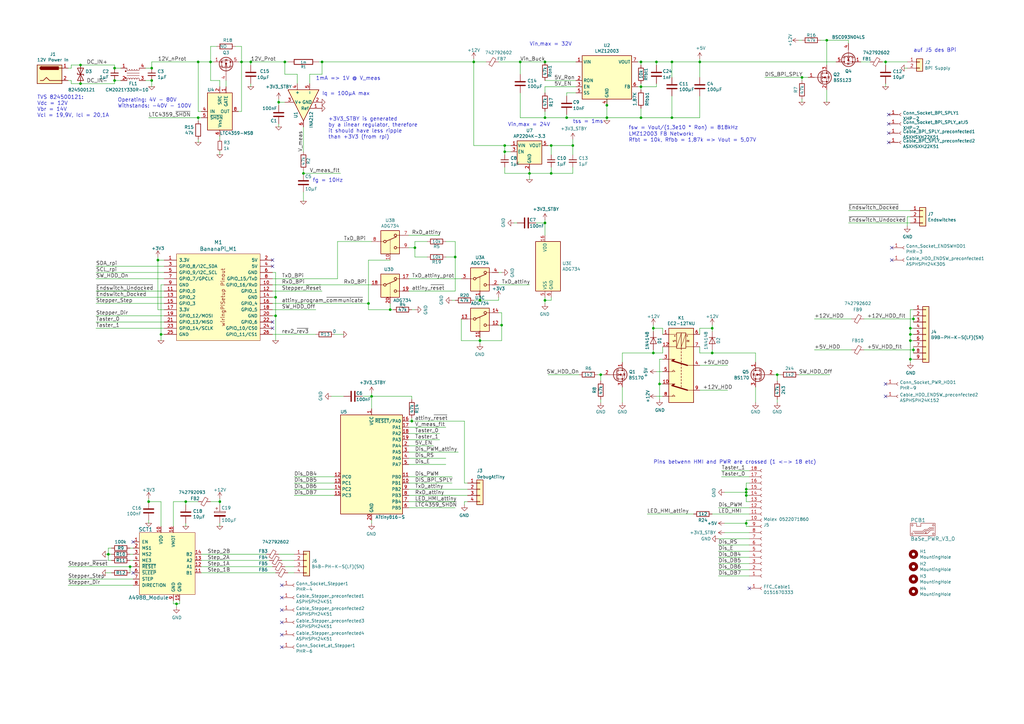
<source format=kicad_sch>
(kicad_sch (version 20211123) (generator eeschema)
  (paper "A3")
  (title_block (title "BaSe_PWR_V3_1") (date "28 apr 2016") (rev "2") (company "Gras7 Labs") (comment 1 "Power supply, Stepper Driver, SBC"))
  (junction (at 86.36 25.4))
  (junction (at 66.04 137.16))
  (junction (at 62.23 33.02))
  (junction (at 99.06 25.4))
  (junction (at 267.97 134.62))
  (junction (at 262.89 35.56))
  (junction (at 102.87 25.4))
  (junction (at 160.02 127))
  (junction (at 72.39 247.65))
  (junction (at 306.07 214.63))
  (junction (at 223.52 91.44))
  (junction (at 168.91 172.72))
  (junction (at 223.52 25.4))
  (junction (at 248.92 43.18))
  (junction (at 53.34 232.41))
  (junction (at 328.93 31.75))
  (junction (at 81.28 25.4))
  (junction (at 205.74 133.35))
  (junction (at 363.22 25.4))
  (junction (at 267.97 144.78))
  (junction (at 339.09 16.51))
  (junction (at 217.17 71.12))
  (junction (at 151.13 124.46))
  (junction (at 223.52 48.26))
  (junction (at 248.92 48.26))
  (junction (at 373.38 139.7))
  (junction (at 46.99 33.02))
  (junction (at 226.06 59.69))
  (junction (at 46.99 27.94))
  (junction (at 269.24 25.4))
  (junction (at 62.23 27.94))
  (junction (at 246.38 153.67))
  (junction (at 226.06 71.12))
  (junction (at 44.45 227.33))
  (junction (at 114.3 41.91))
  (junction (at 132.08 25.4))
  (junction (at 374.65 143.51))
  (junction (at 373.38 137.16))
  (junction (at 275.59 48.26))
  (junction (at 234.95 59.69))
  (junction (at 306.07 203.2))
  (junction (at 90.17 205.74))
  (junction (at 318.77 153.67))
  (junction (at 113.03 121.92))
  (junction (at 287.02 25.4))
  (junction (at 262.89 25.4))
  (junction (at 194.31 25.4))
  (junction (at 33.02 34.29))
  (junction (at 292.1 134.62))
  (junction (at 60.96 205.74))
  (junction (at 207.01 59.69))
  (junction (at 186.69 105.41))
  (junction (at 116.84 25.4))
  (junction (at 81.28 48.26))
  (junction (at 306.07 200.66))
  (junction (at 196.85 139.7))
  (junction (at 196.85 123.19))
  (junction (at 207.01 62.23))
  (junction (at 33.02 26.67))
  (junction (at 270.51 157.48))
  (junction (at 275.59 25.4))
  (junction (at 223.52 123.19))
  (junction (at 124.46 71.12))
  (junction (at 373.38 147.32))
  (junction (at 152.4 162.56))
  (junction (at 306.07 201.93))
  (junction (at 292.1 144.78))
  (junction (at 373.38 134.62))
  (junction (at 213.36 25.4))
  (junction (at 232.41 48.26))
  (junction (at 374.65 130.81))
  (junction (at 170.18 101.6))
  (junction (at 64.77 106.68))
  (junction (at 113.03 129.54))
  (junction (at 76.2 205.74))
  (junction (at 262.89 48.26))
  (no_connect (at 111.76 134.62))
  (no_connect (at 111.76 132.08))
  (no_connect (at 115.57 240.03))
  (no_connect (at 115.57 265.43))
  (no_connect (at 363.22 157.48))
  (no_connect (at 307.34 241.3))
  (no_connect (at 54.61 222.25))
  (no_connect (at 364.49 54.61))
  (no_connect (at 115.57 255.27))
  (no_connect (at 364.49 50.8))
  (no_connect (at 54.61 234.95))
  (no_connect (at 111.76 106.68))
  (no_connect (at 364.49 46.99))
  (no_connect (at 115.57 250.19))
  (no_connect (at 111.76 109.22))
  (no_connect (at 363.22 162.56))
  (no_connect (at 364.49 58.42))
  (no_connect (at 365.76 106.68))
  (no_connect (at 365.76 101.6))
  (no_connect (at 115.57 245.11))
  (no_connect (at 115.57 260.35))
  (wire (pts (xy 213.36 25.4) (xy 223.52 25.4)))
  (wire (pts (xy 207.01 63.5) (xy 207.01 62.23)))
  (wire (pts (xy 318.77 163.83) (xy 318.77 165.1)))
  (wire (pts (xy 327.66 153.67) (xy 340.36 153.67)))
  (wire (pts (xy 124.46 78.74) (xy 124.46 82.55)))
  (wire (pts (xy 113.03 129.54) (xy 111.76 129.54)))
  (wire (pts (xy 90.17 55.88) (xy 90.17 57.15)))
  (wire (pts (xy 309.88 144.78) (xy 309.88 148.59)))
  (wire (pts (xy 33.02 34.29) (xy 29.21 34.29)))
  (wire (pts (xy 132.08 25.4) (xy 194.31 25.4)))
  (wire (pts (xy 234.95 63.5) (xy 234.95 59.69)))
  (wire (pts (xy 207.01 68.58) (xy 207.01 71.12)))
  (wire (pts (xy 336.55 16.51) (xy 339.09 16.51)))
  (wire (pts (xy 186.69 99.06) (xy 186.69 105.41)))
  (wire (pts (xy 67.31 137.16) (xy 66.04 137.16)))
  (wire (pts (xy 170.18 127) (xy 168.91 127)))
  (wire (pts (xy 43.18 234.95) (xy 45.72 234.95)))
  (wire (pts (xy 255.27 144.78) (xy 255.27 148.59)))
  (wire (pts (xy 114.3 40.64) (xy 114.3 41.91)))
  (wire (pts (xy 213.36 38.1) (xy 213.36 48.26)))
  (wire (pts (xy 363.22 26.67) (xy 363.22 25.4)))
  (wire (pts (xy 306.07 213.36) (xy 307.34 213.36)))
  (wire (pts (xy 186.69 123.19) (xy 185.42 123.19)))
  (wire (pts (xy 374.65 130.81) (xy 374.65 132.08)))
  (wire (pts (xy 49.53 33.02) (xy 46.99 33.02)))
  (wire (pts (xy 167.64 182.88) (xy 177.8 182.88)))
  (wire (pts (xy 62.23 25.4) (xy 81.28 25.4)))
  (wire (pts (xy 223.52 91.44) (xy 223.52 96.52)))
  (wire (pts (xy 204.47 25.4) (xy 213.36 25.4)))
  (wire (pts (xy 287.02 48.26) (xy 275.59 48.26)))
  (wire (pts (xy 267.97 134.62) (xy 271.78 134.62)))
  (wire (pts (xy 72.39 247.65) (xy 73.66 247.65)))
  (wire (pts (xy 306.07 214.63) (xy 306.07 213.36)))
  (wire (pts (xy 116.84 25.4) (xy 116.84 30.48)))
  (wire (pts (xy 53.34 234.95) (xy 53.34 232.41)))
  (wire (pts (xy 207.01 71.12) (xy 217.17 71.12)))
  (wire (pts (xy 194.31 59.69) (xy 207.01 59.69)))
  (wire (pts (xy 287.02 144.78) (xy 292.1 144.78)))
  (wire (pts (xy 45.72 224.79) (xy 44.45 224.79)))
  (wire (pts (xy 168.91 163.83) (xy 168.91 162.56)))
  (wire (pts (xy 313.69 31.75) (xy 328.93 31.75)))
  (wire (pts (xy 124.46 71.12) (xy 139.7 71.12)))
  (wire (pts (xy 137.16 203.2) (xy 120.65 203.2)))
  (wire (pts (xy 223.52 123.19) (xy 226.06 123.19)))
  (wire (pts (xy 226.06 71.12) (xy 234.95 71.12)))
  (wire (pts (xy 39.37 114.3) (xy 67.31 114.3)))
  (wire (pts (xy 246.38 153.67) (xy 245.11 153.67)))
  (wire (pts (xy 81.28 48.26) (xy 82.55 48.26)))
  (wire (pts (xy 120.65 195.58) (xy 137.16 195.58)))
  (wire (pts (xy 114.3 41.91) (xy 116.84 41.91)))
  (wire (pts (xy 152.4 161.29) (xy 152.4 162.56)))
  (wire (pts (xy 196.85 139.7) (xy 205.74 139.7)))
  (wire (pts (xy 72.39 248.92) (xy 72.39 247.65)))
  (wire (pts (xy 354.33 130.81) (xy 374.65 130.81)))
  (wire (pts (xy 90.17 204.47) (xy 90.17 205.74)))
  (wire (pts (xy 262.89 44.45) (xy 262.89 48.26)))
  (wire (pts (xy 76.2 207.01) (xy 76.2 205.74)))
  (wire (pts (xy 88.9 19.05) (xy 86.36 19.05)))
  (wire (pts (xy 161.29 127) (xy 160.02 127)))
  (wire (pts (xy 39.37 134.62) (xy 67.31 134.62)))
  (wire (pts (xy 194.31 24.13) (xy 194.31 25.4)))
  (wire (pts (xy 82.55 227.33) (xy 109.22 227.33)))
  (wire (pts (xy 60.96 205.74) (xy 66.04 205.74)))
  (wire (pts (xy 111.76 116.84) (xy 152.4 116.84)))
  (wire (pts (xy 90.17 33.02) (xy 86.36 33.02)))
  (wire (pts (xy 190.5 207.01) (xy 190.5 205.74)))
  (wire (pts (xy 167.64 177.8) (xy 180.34 177.8)))
  (wire (pts (xy 59.69 33.02) (xy 62.23 33.02)))
  (wire (pts (xy 27.94 237.49) (xy 54.61 237.49)))
  (wire (pts (xy 39.37 111.76) (xy 67.31 111.76)))
  (wire (pts (xy 294.64 220.98) (xy 307.34 220.98)))
  (wire (pts (xy 152.4 162.56) (xy 152.4 167.64)))
  (wire (pts (xy 261.62 35.56) (xy 262.89 35.56)))
  (wire (pts (xy 99.06 19.05) (xy 99.06 25.4)))
  (wire (pts (xy 275.59 39.37) (xy 275.59 48.26)))
  (wire (pts (xy 170.18 105.41) (xy 175.26 105.41)))
  (wire (pts (xy 262.89 48.26) (xy 248.92 48.26)))
  (wire (pts (xy 361.95 25.4) (xy 363.22 25.4)))
  (wire (pts (xy 287.02 31.75) (xy 287.02 25.4)))
  (wire (pts (xy 271.78 142.24) (xy 271.78 144.78)))
  (wire (pts (xy 255.27 144.78) (xy 267.97 144.78)))
  (wire (pts (xy 53.34 224.79) (xy 54.61 224.79)))
  (wire (pts (xy 44.45 227.33) (xy 45.72 227.33)))
  (wire (pts (xy 29.21 27.94) (xy 29.21 26.67)))
  (wire (pts (xy 223.52 123.19) (xy 223.52 121.92)))
  (wire (pts (xy 223.52 48.26) (xy 232.41 48.26)))
  (wire (pts (xy 180.34 180.34) (xy 167.64 180.34)))
  (wire (pts (xy 236.22 35.56) (xy 223.52 35.56)))
  (wire (pts (xy 29.21 26.67) (xy 33.02 26.67)))
  (wire (pts (xy 138.43 99.06) (xy 152.4 99.06)))
  (wire (pts (xy 120.65 200.66) (xy 137.16 200.66)))
  (wire (pts (xy 374.65 129.54) (xy 374.65 130.81)))
  (wire (pts (xy 186.69 105.41) (xy 186.69 119.38)))
  (wire (pts (xy 118.11 25.4) (xy 116.84 25.4)))
  (wire (pts (xy 168.91 162.56) (xy 152.4 162.56)))
  (wire (pts (xy 86.36 25.4) (xy 87.63 25.4)))
  (wire (pts (xy 196.85 140.97) (xy 196.85 139.7)))
  (wire (pts (xy 62.23 25.4) (xy 62.23 27.94)))
  (wire (pts (xy 168.91 172.72) (xy 168.91 171.45)))
  (wire (pts (xy 226.06 63.5) (xy 226.06 59.69)))
  (wire (pts (xy 151.13 127) (xy 151.13 124.46)))
  (wire (pts (xy 151.13 106.68) (xy 160.02 106.68)))
  (wire (pts (xy 170.18 101.6) (xy 170.18 105.41)))
  (wire (pts (xy 194.31 25.4) (xy 199.39 25.4)))
  (wire (pts (xy 82.55 234.95) (xy 113.03 234.95)))
  (wire (pts (xy 29.21 33.02) (xy 27.94 33.02)))
  (wire (pts (xy 92.71 35.56) (xy 92.71 33.02)))
  (wire (pts (xy 247.65 153.67) (xy 246.38 153.67)))
  (wire (pts (xy 196.85 123.19) (xy 196.85 121.92)))
  (wire (pts (xy 130.81 25.4) (xy 132.08 25.4)))
  (wire (pts (xy 39.37 119.38) (xy 67.31 119.38)))
  (wire (pts (xy 189.23 130.81) (xy 189.23 139.7)))
  (wire (pts (xy 60.96 214.63) (xy 60.96 213.36)))
  (wire (pts (xy 223.52 90.17) (xy 223.52 91.44)))
  (wire (pts (xy 275.59 25.4) (xy 275.59 31.75)))
  (wire (pts (xy 127 34.29) (xy 127 30.48)))
  (wire (pts (xy 115.57 229.87) (xy 120.65 229.87)))
  (wire (pts (xy 374.65 139.7) (xy 373.38 139.7)))
  (wire (pts (xy 81.28 45.72) (xy 81.28 25.4)))
  (wire (pts (xy 66.04 205.74) (xy 66.04 215.9)))
  (wire (pts (xy 307.34 236.22) (xy 294.64 236.22)))
  (wire (pts (xy 46.99 33.02) (xy 46.99 34.29)))
  (wire (pts (xy 307.34 198.12) (xy 306.07 198.12)))
  (wire (pts (xy 167.64 205.74) (xy 186.69 205.74)))
  (wire (pts (xy 261.62 25.4) (xy 262.89 25.4)))
  (wire (pts (xy 190.5 172.72) (xy 190.5 198.12)))
  (wire (pts (xy 234.95 71.12) (xy 234.95 68.58)))
  (wire (pts (xy 46.99 26.67) (xy 46.99 27.94)))
  (wire (pts (xy 373.38 137.16) (xy 373.38 139.7)))
  (wire (pts (xy 287.02 39.37) (xy 287.02 48.26)))
  (wire (pts (xy 236.22 38.1) (xy 232.41 38.1)))
  (wire (pts (xy 287.02 142.24) (xy 287.02 144.78)))
  (wire (pts (xy 160.02 124.46) (xy 160.02 127)))
  (wire (pts (xy 306.07 205.74) (xy 307.34 205.74)))
  (wire (pts (xy 71.12 205.74) (xy 76.2 205.74)))
  (wire (pts (xy 102.87 25.4) (xy 102.87 26.67)))
  (wire (pts (xy 287.02 134.62) (xy 292.1 134.62)))
  (wire (pts (xy 204.47 116.84) (xy 217.17 116.84)))
  (wire (pts (xy 49.53 27.94) (xy 46.99 27.94)))
  (wire (pts (xy 294.64 228.6) (xy 307.34 228.6)))
  (wire (pts (xy 342.9 25.4) (xy 287.02 25.4)))
  (wire (pts (xy 373.38 139.7) (xy 373.38 147.32)))
  (wire (pts (xy 205.74 133.35) (xy 204.47 133.35)))
  (wire (pts (xy 39.37 109.22) (xy 67.31 109.22)))
  (wire (pts (xy 111.76 111.76) (xy 113.03 111.76)))
  (wire (pts (xy 27.94 232.41) (xy 53.34 232.41)))
  (wire (pts (xy 269.24 35.56) (xy 262.89 35.56)))
  (wire (pts (xy 121.92 30.48) (xy 121.92 34.29)))
  (wire (pts (xy 207.01 59.69) (xy 207.01 62.23)))
  (wire (pts (xy 271.78 144.78) (xy 267.97 144.78)))
  (wire (pts (xy 97.79 25.4) (xy 99.06 25.4)))
  (wire (pts (xy 170.18 99.06) (xy 170.18 101.6)))
  (wire (pts (xy 124.46 69.85) (xy 124.46 71.12)))
  (wire (pts (xy 234.95 57.15) (xy 234.95 59.69)))
  (wire (pts (xy 66.04 116.84) (xy 66.04 137.16)))
  (wire (pts (xy 306.07 203.2) (xy 306.07 205.74)))
  (wire (pts (xy 102.87 34.29) (xy 102.87 35.56)))
  (wire (pts (xy 167.64 175.26) (xy 182.88 175.26)))
  (wire (pts (xy 297.18 201.93) (xy 306.07 201.93)))
  (wire (pts (xy 234.95 59.69) (xy 226.06 59.69)))
  (wire (pts (xy 64.77 106.68) (xy 67.31 106.68)))
  (wire (pts (xy 114.3 227.33) (xy 120.65 227.33)))
  (wire (pts (xy 167.64 172.72) (xy 168.91 172.72)))
  (wire (pts (xy 186.69 119.38) (xy 167.64 119.38)))
  (wire (pts (xy 287.02 149.86) (xy 298.45 149.86)))
  (wire (pts (xy 190.5 205.74) (xy 191.77 205.74)))
  (wire (pts (xy 151.13 124.46) (xy 151.13 106.68)))
  (wire (pts (xy 86.36 19.05) (xy 86.36 25.4)))
  (wire (pts (xy 269.24 152.4) (xy 271.78 152.4)))
  (wire (pts (xy 223.52 25.4) (xy 236.22 25.4)))
  (wire (pts (xy 167.64 208.28) (xy 186.69 208.28)))
  (wire (pts (xy 90.17 214.63) (xy 90.17 215.9)))
  (wire (pts (xy 111.76 119.38) (xy 132.08 119.38)))
  (wire (pts (xy 116.84 232.41) (xy 120.65 232.41)))
  (wire (pts (xy 82.55 232.41) (xy 111.76 232.41)))
  (wire (pts (xy 294.64 208.28) (xy 307.34 208.28)))
  (wire (pts (xy 328.93 41.91) (xy 328.93 40.64)))
  (wire (pts (xy 73.66 247.65) (xy 73.66 246.38)))
  (wire (pts (xy 328.93 31.75) (xy 331.47 31.75)))
  (wire (pts (xy 232.41 38.1) (xy 232.41 39.37)))
  (wire (pts (xy 374.65 134.62) (xy 373.38 134.62)))
  (wire (pts (xy 167.64 187.96) (xy 182.88 187.96)))
  (wire (pts (xy 86.36 33.02) (xy 86.36 25.4)))
  (wire (pts (xy 39.37 124.46) (xy 67.31 124.46)))
  (wire (pts (xy 111.76 121.92) (xy 113.03 121.92)))
  (wire (pts (xy 204.47 121.92) (xy 204.47 123.19)))
  (wire (pts (xy 262.89 25.4) (xy 262.89 26.67)))
  (wire (pts (xy 207.01 62.23) (xy 209.55 62.23)))
  (wire (pts (xy 33.02 26.67) (xy 46.99 26.67)))
  (wire (pts (xy 219.71 91.44) (xy 223.52 91.44)))
  (wire (pts (xy 53.34 227.33) (xy 54.61 227.33)))
  (wire (pts (xy 60.96 48.26) (xy 81.28 48.26)))
  (wire (pts (xy 347.98 16.51) (xy 347.98 17.78)))
  (wire (pts (xy 306.07 200.66) (xy 306.07 201.93)))
  (wire (pts (xy 205.74 128.27) (xy 205.74 133.35)))
  (wire (pts (xy 81.28 49.53) (xy 81.28 48.26)))
  (wire (pts (xy 269.24 25.4) (xy 269.24 26.67)))
  (wire (pts (xy 237.49 153.67) (xy 224.79 153.67)))
  (wire (pts (xy 204.47 123.19) (xy 196.85 123.19)))
  (wire (pts (xy 82.55 229.87) (xy 110.49 229.87)))
  (wire (pts (xy 306.07 201.93) (xy 306.07 203.2)))
  (wire (pts (xy 374.65 127) (xy 373.38 127)))
  (wire (pts (xy 248.92 48.26) (xy 248.92 49.53)))
  (wire (pts (xy 223.52 124.46) (xy 223.52 123.19)))
  (wire (pts (xy 307.34 231.14) (xy 294.64 231.14)))
  (wire (pts (xy 90.17 205.74) (xy 90.17 207.01)))
  (wire (pts (xy 138.43 114.3) (xy 138.43 99.06)))
  (wire (pts (xy 297.18 218.44) (xy 307.34 218.44)))
  (wire (pts (xy 374.65 142.24) (xy 374.65 143.51)))
  (wire (pts (xy 298.45 160.02) (xy 287.02 160.02)))
  (wire (pts (xy 53.34 229.87) (xy 54.61 229.87)))
  (wire (pts (xy 111.76 124.46) (xy 151.13 124.46)))
  (wire (pts (xy 76.2 214.63) (xy 76.2 215.9)))
  (wire (pts (xy 363.22 25.4) (xy 372.11 25.4)))
  (wire (pts (xy 167.64 185.42) (xy 187.96 185.42)))
  (wire (pts (xy 66.04 137.16) (xy 66.04 139.7)))
  (wire (pts (xy 59.69 27.94) (xy 62.23 27.94)))
  (wire (pts (xy 205.74 133.35) (xy 205.74 139.7)))
  (wire (pts (xy 270.51 147.32) (xy 270.51 157.48)))
  (wire (pts (xy 29.21 33.02) (xy 29.21 34.29)))
  (wire (pts (xy 374.65 147.32) (xy 373.38 147.32)))
  (wire (pts (xy 213.36 30.48) (xy 213.36 25.4)))
  (wire (pts (xy 175.26 99.06) (xy 170.18 99.06)))
  (wire (pts (xy 373.38 127) (xy 373.38 134.62)))
  (wire (pts (xy 269.24 162.56) (xy 271.78 162.56)))
  (wire (pts (xy 113.03 121.92) (xy 113.03 129.54)))
  (wire (pts (xy 374.65 143.51) (xy 354.33 143.51)))
  (wire (pts (xy 127 30.48) (xy 132.08 30.48)))
  (wire (pts (xy 292.1 144.78) (xy 292.1 143.51)))
  (wire (pts (xy 99.06 25.4) (xy 99.06 45.72)))
  (wire (pts (xy 267.97 133.35) (xy 267.97 134.62)))
  (wire (pts (xy 168.91 172.72) (xy 190.5 172.72)))
  (wire (pts (xy 292.1 144.78) (xy 309.88 144.78)))
  (wire (pts (xy 307.34 226.06) (xy 294.64 226.06)))
  (wire (pts (xy 204.47 128.27) (xy 205.74 128.27)))
  (wire (pts (xy 287.02 137.16) (xy 287.02 134.62)))
  (wire (pts (xy 113.03 139.7) (xy 113.03 129.54)))
  (wire (pts (xy 318.77 153.67) (xy 320.04 153.67)))
  (wire (pts (xy 317.5 153.67) (xy 318.77 153.67)))
  (wire (pts (xy 182.88 99.06) (xy 186.69 99.06)))
  (wire (pts (xy 71.12 246.38) (xy 71.12 247.65)))
  (wire (pts (xy 226.06 121.92) (xy 226.06 123.19)))
  (wire (pts (xy 262.89 35.56) (xy 262.89 36.83)))
  (wire (pts (xy 99.06 25.4) (xy 102.87 25.4)))
  (wire (pts (xy 196.85 139.7) (xy 189.23 139.7)))
  (wire (pts (xy 207.01 59.69) (xy 209.55 59.69)))
  (wire (pts (xy 114.3 52.07) (xy 114.3 50.8)))
  (wire (pts (xy 90.17 35.56) (xy 90.17 33.02)))
  (wire (pts (xy 152.4 214.63) (xy 152.4 213.36)))
  (wire (pts (xy 167.64 203.2) (xy 191.77 203.2)))
  (wire (pts (xy 81.28 58.42) (xy 81.28 57.15)))
  (wire (pts (xy 223.52 45.72) (xy 223.52 48.26)))
  (wire (pts (xy 347.98 91.44) (xy 373.38 91.44)))
  (wire (pts (xy 292.1 135.89) (xy 292.1 134.62)))
  (wire (pts (xy 82.55 45.72) (xy 81.28 45.72)))
  (wire (pts (xy 339.09 36.83) (xy 339.09 41.91)))
  (wire (pts (xy 27.94 27.94) (xy 29.21 27.94)))
  (wire (pts (xy 67.31 132.08) (xy 39.37 132.08)))
  (wire (pts (xy 39.37 121.92) (xy 67.31 121.92)))
  (wire (pts (xy 347.98 86.36) (xy 373.38 86.36)))
  (wire (pts (xy 148.59 162.56) (xy 152.4 162.56)))
  (wire (pts (xy 374.65 137.16) (xy 373.38 137.16)))
  (wire (pts (xy 210.82 91.44) (xy 212.09 91.44)))
  (wire (pts (xy 44.45 224.79) (xy 44.45 227.33)))
  (wire (pts (xy 248.92 43.18) (xy 248.92 40.64)))
  (wire (pts (xy 306.07 200.66) (xy 307.34 200.66)))
  (wire (pts (xy 271.78 147.32) (xy 270.51 147.32)))
  (wire (pts (xy 295.91 193.04) (xy 307.34 193.04)))
  (wire (pts (xy 64.77 106.68) (xy 64.77 127)))
  (wire (pts (xy 118.11 234.95) (xy 120.65 234.95)))
  (wire (pts (xy 339.09 16.51) (xy 347.98 16.51)))
  (wire (pts (xy 339.09 26.67) (xy 339.09 16.51)))
  (wire (pts (xy 167.64 190.5) (xy 182.88 190.5)))
  (wire (pts (xy 307.34 215.9) (xy 306.07 215.9)))
  (wire (pts (xy 62.23 33.02) (xy 62.23 35.56)))
  (wire (pts (xy 255.27 158.75) (xy 255.27 165.1)))
  (wire (pts (xy 217.17 71.12) (xy 226.06 71.12)))
  (wire (pts (xy 46.99 34.29) (xy 33.02 34.29)))
  (wire (pts (xy 295.91 195.58) (xy 307.34 195.58)))
  (wire (pts (xy 318.77 153.67) (xy 318.77 156.21)))
  (wire (pts (xy 373.38 147.32) (xy 373.38 148.59)))
  (wire (pts (xy 114.3 41.91) (xy 114.3 43.18)))
  (wire (pts (xy 27.94 240.03) (xy 54.61 240.03)))
  (wire (pts (xy 223.52 33.02) (xy 236.22 33.02)))
  (wire (pts (xy 190.5 198.12) (xy 191.77 198.12)))
  (wire (pts (xy 363.22 35.56) (xy 363.22 34.29)))
  (wire (pts (xy 267.97 144.78) (xy 267.97 143.51)))
  (wire (pts (xy 194.31 123.19) (xy 196.85 123.19)))
  (wire (pts (xy 306.07 214.63) (xy 297.18 214.63)))
  (wire (pts (xy 262.89 35.56) (xy 262.89 34.29)))
  (wire (pts (xy 217.17 71.12) (xy 217.17 73.66)))
  (wire (pts (xy 373.38 134.62) (xy 373.38 137.16)))
  (wire (pts (xy 370.84 27.94) (xy 372.11 27.94)))
  (wire (pts (xy 129.54 127) (xy 111.76 127)))
  (wire (pts (xy 81.28 25.4) (xy 86.36 25.4)))
  (wire (pts (xy 275.59 48.26) (xy 262.89 48.26)))
  (wire (pts (xy 226.06 71.12) (xy 226.06 68.58)))
  (wire (pts (xy 71.12 215.9) (xy 71.12 205.74)))
  (wire (pts (xy 294.64 233.68) (xy 307.34 233.68)))
  (wire (pts (xy 167.64 198.12) (xy 185.42 198.12)))
  (wire (pts (xy 307.34 203.2) (xy 306.07 203.2)))
  (wire (pts (xy 124.46 52.07) (xy 124.46 62.23)))
  (wire (pts (xy 262.89 25.4) (xy 269.24 25.4)))
  (wire (pts (xy 292.1 133.35) (xy 292.1 134.62)))
  (wire (pts (xy 102.87 25.4) (xy 116.84 25.4)))
  (wire (pts (xy 246.38 163.83) (xy 246.38 165.1)))
  (wire (pts (xy 327.66 16.51) (xy 328.93 16.51)))
  (wire (pts (xy 232.41 48.26) (xy 248.92 48.26)))
  (wire (pts (xy 140.97 137.16) (xy 137.16 137.16)))
  (wire (pts (xy 306.07 198.12) (xy 306.07 200.66)))
  (wire (pts (xy 120.65 198.12) (xy 137.16 198.12)))
  (wire (pts (xy 265.43 210.82) (xy 284.48 210.82)))
  (wire (pts (xy 194.31 59.69) (xy 194.31 25.4)))
  (wire (pts (xy 334.01 130.81) (xy 349.25 130.81)))
  (wire (pts (xy 167.64 96.52) (xy 180.34 96.52)))
  (wire (pts (xy 43.18 227.33) (xy 44.45 227.33)))
  (wire (pts (xy 167.64 114.3) (xy 189.23 114.3)))
  (wire (pts (xy 374.65 143.51) (xy 374.65 144.78)))
  (wire (pts (xy 334.01 143.51) (xy 349.25 143.51)))
  (wire (pts (xy 71.12 247.65) (xy 72.39 247.65)))
  (wire (pts (xy 76.2 205.74) (xy 81.28 205.74)))
  (wire (pts (xy 267.97 134.62) (xy 267.97 135.89)))
  (wire (pts (xy 167.64 195.58) (xy 185.42 195.58)))
  (wire (pts (xy 270.51 157.48) (xy 271.78 157.48)))
  (wire (pts (xy 170.18 101.6) (xy 167.64 101.6)))
  (wire (pts (xy 132.08 30.48) (xy 132.08 25.4)))
  (wire (pts (xy 353.06 25.4) (xy 356.87 25.4)))
  (wire (pts (xy 39.37 129.54) (xy 67.31 129.54)))
  (wire (pts (xy 271.78 134.62) (xy 271.78 137.16)))
  (wire (pts (xy 67.31 116.84) (xy 66.04 116.84)))
  (wire (pts (xy 269.24 34.29) (xy 269.24 35.56)))
  (wire (pts (xy 328.93 31.75) (xy 328.93 33.02)))
  (wire (pts (xy 129.54 137.16) (xy 111.76 137.16)))
  (wire (pts (xy 44.45 229.87) (xy 44.45 227.33)))
  (wire (pts (xy 309.88 158.75) (xy 309.88 165.1)))
  (wire (pts (xy 275.59 25.4) (xy 287.02 25.4)))
  (wire (pts (xy 205.74 111.76) (xy 204.47 111.76)))
  (wire (pts (xy 53.34 232.41) (xy 54.61 232.41)))
  (wire (pts (xy 196.85 139.7) (xy 196.85 138.43)))
  (wire (pts (xy 182.88 105.41) (xy 186.69 105.41)))
  (wire (pts (xy 64.77 127) (xy 67.31 127)))
  (wire (pts (xy 111.76 114.3) (xy 138.43 114.3)))
  (wire (pts (xy 246.38 153.67) (xy 246.38 156.21)))
  (wire (pts (xy 372.11 88.9) (xy 373.38 88.9)))
  (wire (pts (xy 306.07 215.9) (xy 306.07 214.63)))
  (wire (pts (xy 294.64 223.52) (xy 307.34 223.52)))
  (wire (pts (xy 217.17 71.12) (xy 217.17 69.85)))
  (wire (pts (xy 292.1 210.82) (xy 307.34 210.82)))
  (wire (pts (xy 116.84 30.48) (xy 121.92 30.48)))
  (wire (pts (xy 213.36 48.26) (xy 223.52 48.26)))
  (wire (pts (xy 45.72 229.87) (xy 44.45 229.87)))
  (wire (pts (xy 287.02 24.13) (xy 287.02 25.4)))
  (wire (pts (xy 270.51 157.48) (xy 270.51 163.83)))
  (wire (pts (xy 248.92 43.18) (xy 248.92 48.26)))
  (wire (pts (xy 99.06 45.72) (xy 97.79 45.72)))
  (wire (pts (xy 232.41 46.99) (xy 232.41 48.26)))
  (wire (pts (xy 64.77 105.41) (xy 64.77 106.68)))
  (wire (pts (xy 224.79 59.69) (xy 226.06 59.69)))
  (wire (pts (xy 135.89 162.56) (xy 140.97 162.56)))
  (wire (pts (xy 86.36 205.74) (xy 90.17 205.74)))
  (wire (pts (xy 90.17 63.5) (xy 90.17 62.23)))
  (wire (pts (xy 223.52 35.56) (xy 223.52 38.1)))
  (wire (pts (xy 372.11 92.71) (xy 372.11 88.9)))
  (wire (pts (xy 269.24 25.4) (xy 275.59 25.4)))
  (wire (pts (xy 160.02 127) (xy 151.13 127)))
  (wire (pts (xy 60.96 205.74) (xy 60.96 204.47)))
  (wire (pts (xy 96.52 19.05) (xy 99.06 19.05)))
  (wire (pts (xy 167.64 200.66) (xy 191.77 200.66)))
  (wire (pts (xy 113.03 111.76) (xy 113.03 121.92)))
  (text "Iq = 100µA max" (at 132.08 39.37 0) (effects (font (size 1.524 1.524)) (justify left bottom)))
  (text "+3V3_STBY is generated\nby a linear regulator, therefore\nit should have less ripple\nthan +3V3 (from rpi)" (at 134.62 57.15 0) (effects (font (size 1.524 1.524)) (justify left bottom)))
  (text "tss = 1ms" (at 234.95 50.8 0) (effects (font (size 1.524 1.524)) (justify left bottom)))
  (text "Vin,max = 24V" (at 208.28 52.07 0) (effects (font (size 1.524 1.524)) (justify left bottom)))
  (text "LMZ12003 FB Network:\nRfbt = 10k, Rfbb = 1,87k => Vout = 5,07V" (at 257.81 58.42 0) (effects (font (size 1.524 1.524)) (justify left bottom)))
  (text "Vin,max = 32V" (at 217.17 19.05 0) (effects (font (size 1.524 1.524)) (justify left bottom)))
  (text "TVS 824500121:\nVdc = 12V\nVbr = 14V\nVcl = 19,9V, Icl = 20,1A" (at 15.24 48.26 0) (effects (font (size 1.524 1.524)) (justify left bottom)))
  (text "1mA => 1V @ V_meas\n\n" (at 129.54 35.56 0) (effects (font (size 1.524 1.524)) (justify left bottom)))
  (text "Pins betwenn HMI and PWR are crossed (1 <-> 18 etc)" (at 267.97 190.5 0) (effects (font (size 1.524 1.524)) (justify left bottom)))
  (text "fg = 10Hz" (at 128.27 74.93 0) (effects (font (size 1.524 1.524)) (justify left bottom)))
  (text "fsw = Vout/(1,3e10 * Ron) = 818kHz" (at 257.81 53.34 0) (effects (font (size 1.524 1.524)) (justify left bottom)))
  (text "auf J5 des BPi" (at 374.65 21.59 0) (effects (font (size 1.524 1.524)) (justify left bottom)))
  (text "Operating: 4V - 80V\nWithstands: -40V - 100V" (at 48.26 44.45 0) (effects (font (size 1.524 1.524)) (justify left bottom)))
  (label "Dis_RS" (at 294.64 223.52 0) (effects (font (size 1.524 1.524))))
  (label "SW_HDD_Off" (at 115.57 127 0) (effects (font (size 1.524 1.524))))
  (label "Dis_RS" (at 170.18 187.96 0) (effects (font (size 1.524 1.524))))
  (label "+12V_HDD" (at 334.01 130.81 0) (effects (font (size 1.524 1.524))))
  (label "Dis_PWM_attiny" (at 170.18 185.42 0) (effects (font (size 1.524 1.524))))
  (label "LED_HMI" (at 294.64 210.82 0) (effects (font (size 1.524 1.524))))
  (label "Dis_PWM" (at 170.18 195.58 0) (effects (font (size 1.524 1.524))))
  (label "V_meas_flt" (at 170.18 175.26 0) (effects (font (size 1.524 1.524))))
  (label "Taster_1" (at 295.91 193.04 0) (effects (font (size 1.524 1.524))))
  (label "Stepper_Dir" (at 39.37 129.54 0) (effects (font (size 1.524 1.524))))
  (label "5V_EN" (at 170.18 182.88 0) (effects (font (size 1.524 1.524))))
  (label "DC_IN-" (at 35.56 34.29 0) (effects (font (size 1.524 1.524))))
  (label "SW_HDD_Off" (at 327.66 153.67 0) (effects (font (size 1.524 1.524))))
  (label "Step_1A" (at 85.09 232.41 0) (effects (font (size 1.524 1.524))))
  (label "12V_Prot" (at 102.87 25.4 0) (effects (font (size 1.524 1.524))))
  (label "DIS_BPi_SPLY" (at 313.69 31.75 0) (effects (font (size 1.524 1.524))))
  (label "+12V_HDD_flt" (at 355.6 130.81 0) (effects (font (size 1.524 1.524))))
  (label "Dis_DB4" (at 120.65 195.58 0) (effects (font (size 1.524 1.524))))
  (label "SW_HDD_On" (at 39.37 114.3 0) (effects (font (size 1.524 1.524))))
  (label "V_meas_flt" (at 127 71.12 0) (effects (font (size 1.524 1.524))))
  (label "RxD_BPi" (at 140.97 116.84 0) (effects (font (size 1.524 1.524))))
  (label "Step_2B" (at 85.09 227.33 0) (effects (font (size 1.524 1.524))))
  (label "Stepper_Step" (at 27.94 237.49 0) (effects (font (size 1.524 1.524))))
  (label "Dis_DB5" (at 120.65 198.12 0) (effects (font (size 1.524 1.524))))
  (label "+5V_HDD" (at 288.29 149.86 0) (effects (font (size 1.524 1.524))))
  (label "+5V_HDD_flt" (at 355.6 143.51 0) (effects (font (size 1.524 1.524))))
  (label "~{Endswitch_Undocked}" (at 39.37 119.38 0) (effects (font (size 1.524 1.524))))
  (label "RxD_attiny" (at 170.18 203.2 0) (effects (font (size 1.524 1.524))))
  (label "TxD_attiny_prot" (at 168.91 114.3 0) (effects (font (size 1.524 1.524))))
  (label "TxD_BPi" (at 140.97 99.06 0) (effects (font (size 1.524 1.524))))
  (label "attiny_program_~{communicate}" (at 115.57 124.46 0) (effects (font (size 1.524 1.524))))
  (label "~{Endswitch_Docked}" (at 347.98 86.36 0) (effects (font (size 1.524 1.524))))
  (label "RxD_BPi" (at 115.57 116.84 0) (effects (font (size 1.524 1.524))))
  (label "5V_EN" (at 227.33 35.56 0) (effects (font (size 1.524 1.524))))
  (label "Dis_DB7" (at 120.65 203.2 0) (effects (font (size 1.524 1.524))))
  (label "DC_IN+" (at 35.56 26.67 0) (effects (font (size 1.524 1.524))))
  (label "+5V_HDD" (at 334.01 143.51 0) (effects (font (size 1.524 1.524))))
  (label "Dis_DB6" (at 294.64 233.68 0) (effects (font (size 1.524 1.524))))
  (label "Stepper_Step" (at 39.37 124.46 0) (effects (font (size 1.524 1.524))))
  (label "RxD_attiny" (at 168.91 96.52 0) (effects (font (size 1.524 1.524))))
  (label "Step_2A" (at 85.09 229.87 0) (effects (font (size 1.524 1.524))))
  (label "attiny_~{reset}" (at 168.91 119.38 0) (effects (font (size 1.524 1.524))))
  (label "~{Endswitch_Docked}" (at 39.37 121.92 0) (effects (font (size 1.524 1.524))))
  (label "Dis_E" (at 170.18 190.5 0) (effects (font (size 1.524 1.524))))
  (label "12V_nProt" (at 64.77 25.4 0) (effects (font (size 1.524 1.524))))
  (label "TxD_attiny" (at 170.18 200.66 0) (effects (font (size 1.524 1.524))))
  (label "TxD_BPi" (at 115.57 114.3 0) (effects (font (size 1.524 1.524))))
  (label "rev2_~{rev3}" (at 115.57 137.16 0) (effects (font (size 1.524 1.524))))
  (label "V_meas" (at 124.46 62.23 90) (effects (font (size 1.524 1.524))))
  (label "TxD_attiny" (at 205.74 116.84 0) (effects (font (size 1.524 1.524))))
  (label "Dis_DB7" (at 294.64 236.22 0) (effects (font (size 1.524 1.524))))
  (label "SW_HDD_On" (at 237.49 153.67 180) (effects (font (size 1.524 1.524))))
  (label "~{LTC4359_SHDN}" (at 170.18 208.28 0) (effects (font (size 1.524 1.524))))
  (label "Taster_1" (at 39.37 134.62 0) (effects (font (size 1.524 1.524))))
  (label "SDA_rpi" (at 39.37 109.22 0) (effects (font (size 1.524 1.524))))
  (label "Taster_0" (at 295.91 195.58 0) (effects (font (size 1.524 1.524))))
  (label "Stepper_~{Reset}" (at 115.57 119.38 0) (effects (font (size 1.524 1.524))))
  (label "Vin_Buck" (at 213.36 25.4 0) (effects (font (size 1.524 1.524))))
  (label "Taster_0" (at 39.37 132.08 0) (effects (font (size 1.524 1.524))))
  (label "Step_1B" (at 85.09 234.95 0) (effects (font (size 1.524 1.524))))
  (label "LTC4359_~{SHDN}" (at 60.96 48.26 0) (effects (font (size 1.524 1.524))))
  (label "LED_HMI_attiny" (at 170.18 205.74 0) (effects (font (size 1.524 1.524))))
  (label "Taster_1" (at 170.18 180.34 0) (effects (font (size 1.524 1.524))))
  (label "5V_Ron" (at 227.33 33.02 0) (effects (font (size 1.524 1.524))))
  (label "attiny_~{reset}" (at 170.18 172.72 0) (effects (font (size 1.524 1.524))))
  (label "Stepper_~{Reset}" (at 27.94 232.41 0) (effects (font (size 1.524 1.524))))
  (label "Dis_DB5" (at 294.64 231.14 0) (effects (font (size 1.524 1.524))))
  (label "Taster_0" (at 170.18 177.8 0) (effects (font (size 1.524 1.524))))
  (label "SCL_rpi" (at 39.37 111.76 0) (effects (font (size 1.524 1.524))))
  (label "~{Endswitch_Undocked}" (at 347.98 91.44 0) (effects (font (size 1.524 1.524))))
  (label "Dis_DB6" (at 120.65 200.66 0) (effects (font (size 1.524 1.524))))
  (label "Dis_E" (at 294.64 226.06 0) (effects (font (size 1.524 1.524))))
  (label "LED_HMI_attiny" (at 265.43 210.82 0) (effects (font (size 1.524 1.524))))
  (label "Stepper_Dir" (at 27.94 240.03 0) (effects (font (size 1.524 1.524))))
  (label "+12V_HDD" (at 288.29 160.02 0) (effects (font (size 1.524 1.524))))
  (label "DIS_BPi_SPLY" (at 170.18 198.12 0) (effects (font (size 1.524 1.524))))
  (label "Dis_PWM" (at 294.64 208.28 0) (effects (font (size 1.524 1.524))))
  (label "Dis_DB4" (at 294.64 228.6 0) (effects (font (size 1.524 1.524))))
  (symbol (lib_id "Connector:Barrel_Jack") (at 20.32 30.48 0) (unit 1)
    (property "Reference" "J1" (at 21.717 22.225 0))
    (property "Value" "12V Power In" (at 21.717 24.5364 0))
    (property "Footprint" "G7_Custom:BarrelJack_Wuerth_6941xx301002" (effects hide))
    (property "Digikey" "CP-102A-ND" (effects hide))
    (property "Outer Diameter" "5.5mm" (effects hide))
    (property "Inner Diameter" "0.2mm" (effects hide))
    (property "SPN" "CP-102A-ND" (effects hide))
    (property "SPR" "Digikey" (effects hide))
  )
  (symbol (lib_id "power:+5V") (at 287.02 24.13 0) (unit 1)
    (property "Reference" "#PWR013" (effects hide))
    (property "Value" "+5V" (at 287.401 19.7358 0))
  )
  (symbol (lib_id "BackupServer-rescue:INA212-BackupServer-rescue") (at 124.46 41.91 90) (mirror x) (unit 1)
    (property "Reference" "U1" (at 121.285 45.72 0) (effects (justify left)))
    (property "Value" "INA212" (at 127.635 45.72 0) (effects (justify left)))
    (property "Footprint" "Package_TO_SOT_SMD:SOT-363_SC-70-6_Handsoldering" (effects hide))
    (property "Datasheet" "http://www.ti.com/lit/ds/symlink/ina211.pdf" (effects hide))
    (property "MFR" " Texas Instruments " (effects hide))
    (property "MPN" "‎INA212AIDCKT‎" (effects hide))
    (property "SPR" "Digikey" (effects hide))
    (property "SPN" "296-23586-1-ND" (effects hide))
    (property "Digikey" "296-23586-1-ND‎" (effects hide))
  )
  (symbol (lib_id "BackupServer-rescue:GND-RESCUE-BackupServer-BackupServer-rescue") (at 114.3 52.07 0) (unit 1)
    (property "Reference" "#PWR03" (effects hide))
    (property "Value" "GND" (effects hide))
  )
  (symbol (lib_id "BackupServer-rescue:C-BackupServer-rescue") (at 114.3 46.99 180) (unit 1)
    (property "Reference" "C1" (at 113.665 49.53 0) (effects (justify left)))
    (property "Value" "100nF" (at 113.665 44.45 0) (effects (justify left)))
    (property "Footprint" "Capacitor_SMD:C_0603_1608Metric_Pad1.05x0.95mm_HandSolder" (effects hide))
  )
  (symbol (lib_id "BackupServer-rescue:R-RESCUE-BackupServer-BackupServer-rescue") (at 124.46 25.4 270) (unit 1)
    (property "Reference" "R1" (at 124.46 27.432 90) (effects (font (size 1.016 1.016))))
    (property "Value" "1m" (at 124.4854 25.5778 90) (effects (font (size 1.016 1.016))))
    (property "Footprint" "Resistor_SMD:R_1206_3216Metric_Pad1.42x1.75mm_HandSolder" (effects hide))
    (property "Datasheet" "https://riedon.com/media/pdf/CSR.pdf" (effects hide))
    (property "MFR" "Riedon" (effects hide))
    (property "MPN" "CSR1206-0R001F1" (effects hide))
    (property "SPR" "Digikey" (effects hide))
    (property "SPN" " 696-1369-1-ND" (effects hide))
    (property "Digikey" "696-1369-1-ND‎" (effects hide))
  )
  (symbol (lib_id "BackupServer-rescue:GND-RESCUE-BackupServer-BackupServer-rescue") (at 132.08 41.91 90) (unit 1)
    (property "Reference" "#PWR05" (effects hide))
    (property "Value" "GND" (effects hide))
  )
  (symbol (lib_id "BackupServer-rescue:GND-RESCUE-BackupServer-BackupServer-rescue") (at 132.08 44.45 90) (unit 1)
    (property "Reference" "#PWR06" (effects hide))
    (property "Value" "GND" (effects hide))
  )
  (symbol (lib_id "BackupServer-rescue:D-BackupServer-rescue") (at 292.1 139.7 270) (unit 1)
    (property "Reference" "D2" (at 294.64 139.7 0))
    (property "Value" "1N4148" (at 289.56 139.7 0))
    (property "Footprint" "Diode_THT:D_T-1_P5.08mm_Horizontal" (effects hide))
  )
  (symbol (lib_id "power:GND") (at 255.27 165.1 0) (mirror y) (unit 1)
    (property "Reference" "#PWR030" (effects hide))
    (property "Value" "GND" (at 255.27 168.91 0))
  )
  (symbol (lib_id "BackupServer-rescue:R-BackupServer-rescue") (at 241.3 153.67 90) (mirror x) (unit 1)
    (property "Reference" "R6" (at 241.3 151.13 90))
    (property "Value" "1k2" (at 241.3 153.67 90))
    (property "Footprint" "Resistor_SMD:R_0603_1608Metric_Pad1.05x0.95mm_HandSolder" (effects hide))
  )
  (symbol (lib_id "Transistor_FET:BS170") (at 252.73 153.67 0) (unit 1)
    (property "Reference" "Q1" (at 257.9624 152.5016 0) (effects (justify left)))
    (property "Value" "BS170" (at 257.81 154.94 0) (effects (justify left)))
    (property "Footprint" "Package_TO_SOT_THT:TO-92_Inline" (effects hide))
    (property "Datasheet" "http://www.fairchildsemi.com/ds/BS/BS170.pdf" (effects hide))
  )
  (symbol (lib_id "BackupServer-rescue:C-BackupServer-rescue") (at 124.46 74.93 0) (unit 1)
    (property "Reference" "C5" (at 125.095 72.39 0) (effects (justify left)))
    (property "Value" "10µF" (at 125.095 77.47 0) (effects (justify left)))
    (property "Footprint" "Capacitor_SMD:C_1210_3225Metric_Pad1.42x2.65mm_HandSolder" (effects hide))
    (property "SPN" "1276-1150-1-ND" (effects hide))
  )
  (symbol (lib_id "BackupServer-rescue:R-BackupServer-rescue") (at 246.38 160.02 0) (mirror x) (unit 1)
    (property "Reference" "R8" (at 243.84 160.02 90))
    (property "Value" "47k" (at 246.38 160.02 90))
    (property "Footprint" "Resistor_SMD:R_0603_1608Metric_Pad1.05x0.95mm_HandSolder" (effects hide))
    (property "SPN" "311-47KGRCT-ND " (effects hide))
  )
  (symbol (lib_id "BackupServer-rescue:GND-RESCUE-BackupServer-BackupServer-rescue") (at 124.46 82.55 0) (unit 1)
    (property "Reference" "#PWR07" (effects hide))
    (property "Value" "GND" (effects hide))
  )
  (symbol (lib_id "power:GND") (at 246.38 165.1 0) (mirror y) (unit 1)
    (property "Reference" "#PWR027" (effects hide))
    (property "Value" "GND" (at 246.38 168.91 0))
  )
  (symbol (lib_id "BackupServer-rescue:R-BackupServer-rescue") (at 49.53 234.95 270) (mirror x) (unit 1)
    (property "Reference" "R12" (at 49.53 234.95 90))
    (property "Value" "100k" (effects hide))
    (property "Footprint" "Resistor_SMD:R_0603_1608Metric_Pad1.05x0.95mm_HandSolder" (effects hide))
  )
  (symbol (lib_id "BackupServer-rescue:GND-RESCUE-BackupServer-BackupServer-rescue") (at 43.18 234.95 270) (unit 1)
    (property "Reference" "#PWR0110" (effects hide))
    (property "Value" "GND" (effects hide))
  )
  (symbol (lib_id "Power_Symbols_Custom:+3V3_STBY") (at 234.95 57.15 0) (unit 1)
    (property "Reference" "#PWR0101" (effects hide))
    (property "Value" "+3V3_STBY" (at 235.331 52.7558 0))
  )
  (symbol (lib_id "Device:D_TVS") (at 33.02 30.48 270) (unit 1)
    (property "Reference" "D3" (at 35.0266 29.3116 90) (effects (justify left)))
    (property "Value" "824500121" (at 27.94 36.83 90) (effects (justify left)))
    (property "Footprint" "Diode_SMD:D_SMA" (effects hide))
    (property "Datasheet" "https://www.we-online.de/katalog/datasheet/824501121.pdf" (effects hide))
    (property "SPN" " 732-9984-1-ND" (effects hide))
    (property "SPR" "Digikey" (effects hide))
  )
  (symbol (lib_id "Device:R") (at 133.35 137.16 270) (unit 1)
    (property "Reference" "R13" (at 133.35 137.16 90))
    (property "Value" "0" (at 137.16 135.89 90))
    (property "Footprint" "Resistor_SMD:R_0603_1608Metric_Pad1.05x0.95mm_HandSolder" (effects hide))
  )
  (symbol (lib_id "g7_custom:LMZ12003") (at 248.92 30.48 0) (unit 1)
    (property "Reference" "U2" (at 248.92 18.6182 0))
    (property "Value" "LMZ12003" (at 248.92 20.9296 0))
    (property "Footprint" "G7_Custom:LMZ12003_Handsolder" (effects hide))
    (property "Datasheet" "http://www.ti.com/lit/ds/symlink/lmz12003.pdf" (effects hide))
    (property "Digikey" "LMZ12003TZ-ADJ/NOPBCT-ND " (effects hide))
    (property "SPN" "LMZ12003TZ-ADJ/NOPBCT-ND " (effects hide))
  )
  (symbol (lib_id "BackupServer-rescue:GND-RESCUE-BackupServer-BackupServer-rescue") (at 140.97 137.16 90) (unit 1)
    (property "Reference" "#PWR0107" (effects hide))
    (property "Value" "GND" (effects hide))
  )
  (symbol (lib_id "BackupServer-rescue:R-BackupServer-rescue") (at 262.89 30.48 0) (unit 1)
    (property "Reference" "Rfbt1" (at 264.922 30.48 90))
    (property "Value" "10k" (at 262.89 30.48 90))
    (property "Footprint" "Resistor_SMD:R_0603_1608Metric_Pad1.05x0.95mm_HandSolder" (effects hide))
  )
  (symbol (lib_id "Connector_Generic:Conn_01x04") (at 196.85 200.66 0) (unit 1)
    (property "Reference" "J3" (at 195.58 193.04 0) (effects (justify left)))
    (property "Value" "DebugAtTiny" (at 195.58 195.58 0) (effects (justify left)))
    (property "Footprint" "Connector_JST:JST_XH_B4B-XH-AM_1x04_P2.50mm_Vertical" (effects hide))
    (property "Digikey" "455-2237-ND" (effects hide))
    (property "SPN" "455-2237-ND" (effects hide))
    (property "SPR" "Digikey" (effects hide))
  )
  (symbol (lib_id "BackupServer-rescue:R-BackupServer-rescue") (at 262.89 40.64 0) (unit 1)
    (property "Reference" "Rfbb1" (at 265.43 40.64 90))
    (property "Value" "1,87K" (at 260.35 40.64 90))
    (property "Footprint" "Resistor_SMD:R_0603_1608Metric_Pad1.05x0.95mm_HandSolder" (effects hide))
    (property "SPN" "P20001CT-ND " (effects hide))
  )
  (symbol (lib_id "Power_Symbols_Custom:+3V3_STBY") (at 114.3 40.64 0) (unit 1)
    (property "Reference" "#PWR0112" (effects hide))
    (property "Value" "+3V3_STBY" (at 114.3 35.56 0))
  )
  (symbol (lib_id "BackupServer-rescue:GND-RESCUE-BackupServer-BackupServer-rescue") (at 217.17 73.66 0) (unit 1)
    (property "Reference" "#PWR0109" (effects hide))
    (property "Value" "GND" (effects hide))
  )
  (symbol (lib_id "Connector:Conn_01x01_Female") (at 370.84 106.68 0) (unit 1)
    (property "Reference" "Cable_HDD_ENDSW_preconfected1" (at 371.5512 106.0196 0) (effects (justify left)))
    (property "Value" "ASPHSPH24K305" (at 371.5512 108.331 0) (effects (justify left)))
    (property "Footprint" "G7_Custom:BOM_ITEM" (effects hide))
    (property "Digikey" "455-3083-ND" (effects hide))
    (property "SPN" "455-3083-ND" (effects hide))
    (property "SPR" "Digikey" (effects hide))
    (property "MPN" "ASPHSPH24K305" (effects hide))
  )
  (symbol (lib_id "Device:Ferrite_Bead_Small") (at 111.76 227.33 270) (unit 1)
    (property "Reference" "FB3" (at 107.95 226.06 90))
    (property "Value" "742792602" (at 113.03 222.25 90))
    (property "Footprint" "Inductor_SMD:L_0603_1608Metric_Pad1.05x0.95mm_HandSolder" (effects hide))
    (property "Datasheet" "https://www.we-online.de/katalog/datasheet/742792602.pdf" (effects hide))
    (property "SPN" " 732-4660-1-ND" (effects hide))
    (property "SPR" "Digikey" (effects hide))
  )
  (symbol (lib_id "Connector:Conn_01x01_Female") (at 368.3 157.48 0) (unit 1)
    (property "Reference" "Conn_Socket_PWR_HDD1" (at 369.0112 156.8196 0) (effects (justify left)))
    (property "Value" "PHR-9" (at 369.0112 159.131 0) (effects (justify left)))
    (property "Footprint" "G7_Custom:BOM_ITEM" (effects hide))
    (property "Digikey" "455-1159-ND" (effects hide))
    (property "SPN" "455-1159-ND" (effects hide))
    (property "SPR" "Digikey" (effects hide))
    (property "MPN" "PHR-9" (effects hide))
  )
  (symbol (lib_id "BackupServer-rescue:R-BackupServer-rescue") (at 288.29 210.82 90) (unit 1)
    (property "Reference" "R24" (at 288.29 213.36 90))
    (property "Value" "1k2" (at 288.29 210.82 90))
    (property "Footprint" "Resistor_SMD:R_0603_1608Metric_Pad1.05x0.95mm_HandSolder" (effects hide))
  )
  (symbol (lib_id "BackupServer-rescue:R-BackupServer-rescue") (at 81.28 53.34 0) (mirror y) (unit 1)
    (property "Reference" "R15" (at 79.502 52.1716 0) (effects (justify left)))
    (property "Value" "47k" (at 79.502 54.483 0) (effects (justify left)))
    (property "Footprint" "Resistor_SMD:R_0603_1608Metric_Pad1.05x0.95mm_HandSolder" (effects hide))
    (property "SPN" "311-47KGRCT-ND " (effects hide))
  )
  (symbol (lib_id "Connector_Generic:Conn_01x09") (at 379.73 137.16 0) (unit 1)
    (property "Reference" "J4" (at 381.762 136.0932 0) (effects (justify left)))
    (property "Value" "B9B-PH-K-S(LF)(SN)" (at 381.762 138.4046 0) (effects (justify left)))
    (property "Footprint" "Connector_JST:JST_PH_B9B-PH-K_1x09_P2.00mm_Vertical" (effects hide))
    (property "MFR" "JST Sales America Inc." (effects hide))
    (property "MFN" "B9B-PH-K-S(LF)(SN)" (effects hide))
    (property "SPR" "Digikey" (effects hide))
    (property "SPN" "455-1711-ND" (effects hide))
  )
  (symbol (lib_id "MCU_Microchip_ATtiny:ATtiny816-S") (at 152.4 190.5 0) (unit 1)
    (property "Reference" "U5" (at 140.97 168.91 0))
    (property "Value" "ATtiny816-S" (at 160.02 212.09 0))
    (property "Footprint" "Package_SO:SOIC-20W_7.5x12.8mm_P1.27mm" (effects hide))
    (property "Datasheet" "http://ww1.microchip.com/downloads/en/DeviceDoc/40001913A.pdf" (effects hide))
    (property "MFR" "Microchip Technology" (effects hide))
    (property "MPN" "ATTINY816-SFR" (effects hide))
    (property "SPR" "Digikey" (effects hide))
    (property "SPN" "ATTINY816-SFRCT-ND " (effects hide))
  )
  (symbol (lib_id "power:GND") (at 190.5 207.01 0) (mirror y) (unit 1)
    (property "Reference" "#PWR0116" (effects hide))
    (property "Value" "GND" (at 190.373 211.4042 0))
  )
  (symbol (lib_id "BackupServer-rescue:C-BackupServer-rescue") (at 269.24 30.48 0) (unit 1)
    (property "Reference" "C24" (at 271.78 29.21 0) (effects (justify left)))
    (property "Value" "1nF" (at 271.78 31.75 0) (effects (justify left)))
    (property "Footprint" "Capacitor_SMD:C_0603_1608Metric_Pad1.05x0.95mm_HandSolder" (effects hide))
  )
  (symbol (lib_id "g7_custom:EC2-12TNU") (at 279.4 149.86 90) (mirror x) (unit 1)
    (property "Reference" "K1" (at 279.4 130.3782 90))
    (property "Value" "EC2-12TNU" (at 279.4 132.6896 90))
    (property "Footprint" "G7_Custom:Relay_Kemet_EC2-12TNU" (effects hide))
    (property "Datasheet" "https://api.kemet.com/component-edge/download/datasheet/EC2-12TNU.pdf" (effects hide))
    (property "MFR" "KEMET" (effects hide))
    (property "MPN" "EC2-12TNU" (effects hide))
    (property "SPR" "Digikey" (effects hide))
    (property "SPN" "399-11031-5-ND" (effects hide))
  )
  (symbol (lib_id "Power_Management:LTC4359-MS8") (at 90.17 45.72 0) (unit 1)
    (property "Reference" "U4" (at 85.09 36.83 0) (effects (justify left)))
    (property "Value" "LTC4359-MS8" (at 90.17 54.61 0) (effects (justify left)))
    (property "Footprint" "Package_SO:MSOP-8_3x3mm_P0.65mm" (effects hide))
    (property "Datasheet" "https://www.analog.com/media/en/technical-documentation/data-sheets/ltc4359.pdf" (effects hide))
    (property "Digikey" "LTC4359CMS8#TRPBFCT-ND‎" (effects hide))
    (property "MFR" " Linear Technology/Analog Devices " (effects hide))
    (property "MPN" "LTC4359CMS8#TRPBF‎ " (effects hide))
    (property "SPN" "LTC4359CMS8#TRPBFCT-ND‎" (effects hide))
    (property "SPR" "Digikey" (effects hide))
  )
  (symbol (lib_id "Transistor_FET:BSC028N06LS3") (at 92.71 27.94 270) (mirror x) (unit 1)
    (property "Reference" "Q3" (at 92.71 21.59 90))
    (property "Value" "BSC028N06LS3" (effects hide))
    (property "Footprint" "Package_TO_SOT_SMD:TDSON-8-1" (effects hide))
    (property "Datasheet" "http://www.infineon.com/dgdl/Infineon-BSC028N06LS3-DS-v02_02-en.pdf?fileId=db3a30431ddc9372011ebafa4c607f8c" (effects hide))
    (property "Digikey" "BSC028N06NSATMA1CT-ND‎" (effects hide))
    (property "MFR" " Infineon Technologies " (effects hide))
    (property "MPN" "‎BSC028N06NSATMA1‎" (effects hide))
    (property "SPN" "BSC028N06NSATMA1CT-ND‎" (effects hide))
    (property "SPR" "Digikey" (effects hide))
  )
  (symbol (lib_id "Modules:A4988_Module") (at 68.58 231.14 0) (unit 1)
    (property "Reference" "SCT1" (at 59.69 217.17 0) (effects (font (size 1.524 1.524))))
    (property "Value" "A4988_Module" (at 60.96 245.11 0) (effects (font (size 1.524 1.524))))
    (property "Footprint" "G7_Custom:A4988_Module" (effects hide))
    (property "Datasheet" "https://cdn.shopify.com/s/files/1/1509/1638/files/A4988_Schrittmotor-Treiber-Modul_Datenblatt.pdf?13815667213744430953" (effects hide))
  )
  (symbol (lib_id "power:GND") (at 72.39 248.92 0) (unit 1)
    (property "Reference" "#PWR033" (effects hide))
    (property "Value" "GND" (at 72.517 253.3142 0))
  )
  (symbol (lib_id "Connector_Generic:Conn_01x03") (at 378.46 88.9 0) (unit 1)
    (property "Reference" "J7" (at 380.492 87.8332 0) (effects (justify left)))
    (property "Value" "Endswitches" (at 380.492 90.1446 0) (effects (justify left)))
    (property "Footprint" "Connector_JST:JST_PH_B3B-PH-K_1x03_P2.00mm_Vertical" (effects hide))
    (property "MFR" "JST Sales America Inc." (effects hide))
    (property "MPN" "B3B-PH-K-S(LF)(SN)" (effects hide))
    (property "SPR" "Digikey" (effects hide))
    (property "SPN" "455-1705-ND" (effects hide))
  )
  (symbol (lib_id "power:GND") (at 372.11 92.71 0) (unit 1)
    (property "Reference" "#PWR01" (effects hide))
    (property "Value" "GND" (at 372.237 97.1042 0))
  )
  (symbol (lib_id "Device:R_Small") (at 90.17 59.69 0) (unit 1)
    (property "Reference" "R3" (at 91.6686 58.5216 0) (effects (justify left)))
    (property "Value" "1k" (at 91.6686 60.833 0) (effects (justify left)))
    (property "Footprint" "Resistor_SMD:R_0603_1608Metric_Pad1.05x0.95mm_HandSolder" (effects hide))
  )
  (symbol (lib_id "BackupServer-rescue:GND-RESCUE-BackupServer-BackupServer-rescue") (at 90.17 63.5 0) (unit 1)
    (property "Reference" "#PWR0102" (effects hide))
    (property "Value" "GND" (effects hide))
  )
  (symbol (lib_id "Device:C") (at 60.96 209.55 0) (mirror y) (unit 1)
    (property "Reference" "C16" (at 58.039 208.3816 0) (effects (justify left)))
    (property "Value" "100nF" (at 58.039 210.693 0) (effects (justify left)))
    (property "Footprint" "Capacitor_SMD:C_0603_1608Metric_Pad1.05x0.95mm_HandSolder" (effects hide))
  )
  (symbol (lib_id "BackupServer-rescue:GND-RESCUE-BackupServer-BackupServer-rescue") (at 60.96 214.63 0) (unit 1)
    (property "Reference" "#PWR032" (effects hide))
    (property "Value" "GND" (effects hide))
  )
  (symbol (lib_id "BackupServer-rescue:C-BackupServer-rescue") (at 232.41 43.18 0) (unit 1)
    (property "Reference" "C9" (at 234.95 41.91 0) (effects (justify left)))
    (property "Value" "10nF" (at 234.95 44.45 0) (effects (justify left)))
    (property "Footprint" "Capacitor_SMD:C_0603_1608Metric_Pad1.05x0.95mm_HandSolder" (effects hide))
  )
  (symbol (lib_id "power:GND") (at 373.38 148.59 0) (unit 1)
    (property "Reference" "#PWR0115" (effects hide))
    (property "Value" "GND" (at 373.507 152.9842 0))
  )
  (symbol (lib_id "power:+3.3V") (at 60.96 204.47 0) (unit 1)
    (property "Reference" "#PWR031" (effects hide))
    (property "Value" "+3.3V" (at 60.96 200.914 0))
  )
  (symbol (lib_id "power:+5V") (at 269.24 152.4 90) (mirror x) (unit 1)
    (property "Reference" "#PWR0113" (effects hide))
    (property "Value" "+5V" (at 264.8458 152.781 0))
  )
  (symbol (lib_id "power:+12V") (at 269.24 162.56 90) (unit 1)
    (property "Reference" "#PWR0120" (effects hide))
    (property "Value" "+12V" (at 265.684 162.56 0))
  )
  (symbol (lib_id "BackupServer-rescue:R-BackupServer-rescue") (at 168.91 167.64 0) (unit 1)
    (property "Reference" "R14" (at 170.942 167.64 90))
    (property "Value" "47k" (at 168.91 167.64 90))
    (property "Footprint" "Resistor_SMD:R_0603_1608Metric_Pad1.05x0.95mm_HandSolder" (effects hide))
    (property "SPN" "311-47KGRCT-ND " (effects hide))
  )
  (symbol (lib_id "BackupServer-rescue:GND-RESCUE-BackupServer-BackupServer-rescue") (at 62.23 35.56 0) (unit 1)
    (property "Reference" "#PWR0103" (effects hide))
    (property "Value" "GND" (effects hide))
  )
  (symbol (lib_id "BackupServer-rescue:GND-RESCUE-BackupServer-BackupServer-rescue") (at 102.87 35.56 0) (unit 1)
    (property "Reference" "#PWR0104" (effects hide))
    (property "Value" "GND" (effects hide))
  )
  (symbol (lib_id "Device:Ferrite_Bead_Small") (at 83.82 205.74 270) (unit 1)
    (property "Reference" "FB2" (at 80.01 204.47 90))
    (property "Value" "742792093" (at 78.74 201.93 90))
    (property "Footprint" "Inductor_SMD:L_0805_2012Metric_Pad1.15x1.40mm_HandSolder" (effects hide))
    (property "Datasheet" "https://www.we-online.de/katalog/datasheet/742792093.pdf" (effects hide))
    (property "SPN" " 732-1609-1-ND" (effects hide))
    (property "SPR" "Digikey" (effects hide))
  )
  (symbol (lib_id "BackupServer-rescue:CP-BackupServer-rescue") (at 90.17 210.82 0) (unit 1)
    (property "Reference" "C19" (at 90.805 208.28 0) (effects (justify left)))
    (property "Value" "100µF" (at 90.805 213.36 0) (effects (justify left)))
    (property "Footprint" "Capacitor_SMD:C_1210_3225Metric_Pad1.42x2.65mm_HandSolder" (effects hide))
    (property "SPN" " 587-1387-1-ND" (effects hide))
  )
  (symbol (lib_id "Device:Ferrite_Bead_Small") (at 113.03 229.87 270) (unit 1)
    (property "Reference" "FB4" (at 107.95 228.6 90))
    (property "Value" "742792602" (effects hide))
    (property "Footprint" "Inductor_SMD:L_0603_1608Metric_Pad1.05x0.95mm_HandSolder" (effects hide))
    (property "Datasheet" "https://www.we-online.de/katalog/datasheet/742792602.pdf" (effects hide))
    (property "SPN" " 732-4660-1-ND" (effects hide))
    (property "SPR" "Digikey" (effects hide))
  )
  (symbol (lib_id "Device:Ferrite_Bead_Small") (at 114.3 232.41 270) (unit 1)
    (property "Reference" "FB5" (at 107.95 231.14 90))
    (property "Value" "742792602" (effects hide))
    (property "Footprint" "Inductor_SMD:L_0603_1608Metric_Pad1.05x0.95mm_HandSolder" (effects hide))
    (property "Datasheet" "https://www.we-online.de/katalog/datasheet/742792602.pdf" (effects hide))
    (property "SPN" " 732-4660-1-ND" (effects hide))
    (property "SPR" "Digikey" (effects hide))
  )
  (symbol (lib_id "Device:Ferrite_Bead_Small") (at 115.57 234.95 270) (unit 1)
    (property "Reference" "FB6" (at 107.95 233.68 90))
    (property "Value" "742792602" (effects hide))
    (property "Footprint" "Inductor_SMD:L_0603_1608Metric_Pad1.05x0.95mm_HandSolder" (effects hide))
    (property "Datasheet" "https://www.we-online.de/katalog/datasheet/742792602.pdf" (effects hide))
    (property "SPN" " 732-4660-1-ND" (effects hide))
    (property "SPR" "Digikey" (effects hide))
  )
  (symbol (lib_id "Device:Ferrite_Bead_Small") (at 359.41 25.4 270) (unit 1)
    (property "Reference" "FB1" (at 355.6 24.13 90))
    (property "Value" "742792602" (at 359.41 21.59 90))
    (property "Footprint" "Inductor_SMD:L_0603_1608Metric_Pad1.05x0.95mm_HandSolder" (effects hide))
    (property "Datasheet" "https://www.we-online.de/katalog/datasheet/742792602.pdf" (effects hide))
    (property "SPN" " 732-4660-1-ND" (effects hide))
    (property "SPR" "Digikey" (effects hide))
  )
  (symbol (lib_id "Device:Ferrite_Bead_Small") (at 351.79 130.81 270) (unit 1)
    (property "Reference" "FB9" (at 351.79 127 90))
    (property "Value" "742792602" (at 351.79 124.46 90))
    (property "Footprint" "Inductor_SMD:L_0603_1608Metric_Pad1.05x0.95mm_HandSolder" (effects hide))
    (property "Datasheet" "https://www.we-online.de/katalog/datasheet/742792602.pdf" (effects hide))
    (property "SPN" " 732-4660-1-ND" (effects hide))
    (property "SPR" "Digikey" (effects hide))
  )
  (symbol (lib_id "BackupServer-rescue:GND-RESCUE-BackupServer-BackupServer-rescue") (at 76.2 215.9 0) (unit 1)
    (property "Reference" "#PWR035" (effects hide))
    (property "Value" "GND" (effects hide))
  )
  (symbol (lib_id "BackupServer-rescue:GND-RESCUE-BackupServer-BackupServer-rescue") (at 90.17 215.9 0) (unit 1)
    (property "Reference" "#PWR038" (effects hide))
    (property "Value" "GND" (effects hide))
  )
  (symbol (lib_id "Power_Symbols_Custom:+3V3_STBY") (at 152.4 161.29 0) (unit 1)
    (property "Reference" "#PWR0119" (effects hide))
    (property "Value" "+3V3_STBY" (at 152.781 156.8958 0))
  )
  (symbol (lib_id "BackupServer-rescue:C-BackupServer-rescue") (at 144.78 162.56 270) (unit 1)
    (property "Reference" "C6" (at 146.05 161.29 90) (effects (justify left)))
    (property "Value" "100nF" (at 146.05 163.83 90) (effects (justify left)))
    (property "Footprint" "Capacitor_SMD:C_0603_1608Metric_Pad1.05x0.95mm_HandSolder" (effects hide))
  )
  (symbol (lib_id "power:GND") (at 135.89 162.56 270) (mirror x) (unit 1)
    (property "Reference" "#PWR0122" (effects hide))
    (property "Value" "GND" (at 131.4958 162.433 0))
  )
  (symbol (lib_id "Mechanical:MountingHole") (at 374.65 227.33 0) (unit 1)
    (property "Reference" "H1" (at 377.19 226.1616 0) (effects (justify left)))
    (property "Value" "MountingHole" (at 377.19 228.473 0) (effects (justify left)))
    (property "Footprint" "MountingHole:MountingHole_2.2mm_M2" (effects hide))
  )
  (symbol (lib_id "Mechanical:MountingHole") (at 374.65 232.41 0) (unit 1)
    (property "Reference" "H2" (at 377.19 231.2416 0) (effects (justify left)))
    (property "Value" "MountingHole" (at 377.19 233.553 0) (effects (justify left)))
    (property "Footprint" "MountingHole:MountingHole_2.2mm_M2" (effects hide))
  )
  (symbol (lib_id "Mechanical:MountingHole") (at 374.65 237.49 0) (unit 1)
    (property "Reference" "H3" (at 377.19 236.3216 0) (effects (justify left)))
    (property "Value" "MountingHole" (at 377.19 238.633 0) (effects (justify left)))
    (property "Footprint" "MountingHole:MountingHole_2.2mm_M2" (effects hide))
  )
  (symbol (lib_id "Mechanical:MountingHole") (at 374.65 242.57 0) (unit 1)
    (property "Reference" "H4" (at 377.19 241.4016 0) (effects (justify left)))
    (property "Value" "MountingHole" (at 377.19 243.713 0) (effects (justify left)))
    (property "Footprint" "MountingHole:MountingHole_2.2mm_M2" (effects hide))
  )
  (symbol (lib_id "BackupServer-rescue:D-BackupServer-rescue") (at 267.97 139.7 270) (unit 1)
    (property "Reference" "D1" (at 270.51 139.7 0))
    (property "Value" "1N4148" (at 265.43 139.7 0))
    (property "Footprint" "Diode_THT:D_T-1_P5.08mm_Horizontal" (effects hide))
  )
  (symbol (lib_id "Device:EMI_Filter_LL_1423") (at 54.61 30.48 0) (mirror x) (unit 1)
    (property "Reference" "FL1" (at 54.61 34.29 0))
    (property "Value" "CM2021Y330R-10" (at 52.07 36.83 0))
    (property "Footprint" "G7_Custom:CMC_Laird_CM2021Y330R-10" (effects hide))
    (property "Datasheet" "https://www.mouser.de/datasheet/2/987/CM2021Y330R-10-1635108.pdf" (effects hide))
    (property "SPN" "240-2502-1-ND" (effects hide))
  )
  (symbol (lib_id "BackupServer-rescue:R-BackupServer-rescue") (at 223.52 29.21 0) (unit 1)
    (property "Reference" "Ron1" (at 225.552 29.21 90))
    (property "Value" "47k" (at 223.52 29.21 90))
    (property "Footprint" "Resistor_SMD:R_0603_1608Metric_Pad1.05x0.95mm_HandSolder" (effects hide))
  )
  (symbol (lib_id "Connector:Conn_01x01_Female") (at 120.65 250.19 0) (unit 1)
    (property "Reference" "Cable_Stepper_preconfected2" (at 121.3612 249.5296 0) (effects (justify left)))
    (property "Value" "ASPHSPH24K51‎ " (at 121.3612 251.841 0) (effects (justify left)))
    (property "Footprint" "G7_Custom:BOM_ITEM" (effects hide))
    (property "Digikey" "‎455-3081-ND‎" (effects hide))
    (property "SPN" "‎455-3081-ND‎" (effects hide))
    (property "SPR" "Digikey" (effects hide))
  )
  (symbol (lib_id "Connector:Conn_01x01_Female") (at 120.65 255.27 0) (unit 1)
    (property "Reference" "Cable_Stepper_preconfected3" (at 121.3612 254.6096 0) (effects (justify left)))
    (property "Value" "ASPHSPH24K51‎ " (at 121.3612 256.921 0) (effects (justify left)))
    (property "Footprint" "G7_Custom:BOM_ITEM" (effects hide))
    (property "Digikey" "‎455-3081-ND‎" (effects hide))
    (property "SPN" "‎455-3081-ND‎" (effects hide))
    (property "SPR" "Digikey" (effects hide))
  )
  (symbol (lib_id "Connector:Conn_01x01_Female") (at 120.65 260.35 0) (unit 1)
    (property "Reference" "Cable_Stepper_preconfected4" (at 121.3612 259.6896 0) (effects (justify left)))
    (property "Value" "ASPHSPH24K51‎ " (at 121.3612 262.001 0) (effects (justify left)))
    (property "Footprint" "G7_Custom:BOM_ITEM" (effects hide))
    (property "Digikey" "‎455-3081-ND‎" (effects hide))
    (property "SPN" "‎455-3081-ND‎" (effects hide))
    (property "SPR" "Digikey" (effects hide))
  )
  (symbol (lib_id "Device:Ferrite_Bead_Small") (at 201.93 25.4 270) (unit 1)
    (property "Reference" "FB7" (at 205.74 24.13 90))
    (property "Value" "742792602" (at 204.47 21.59 90))
    (property "Footprint" "Inductor_SMD:L_0603_1608Metric_Pad1.05x0.95mm_HandSolder" (effects hide))
    (property "Datasheet" "https://www.we-online.de/katalog/datasheet/742792602.pdf" (effects hide))
    (property "SPN" " 732-4660-1-ND" (effects hide))
    (property "SPR" "Digikey" (effects hide))
  )
  (symbol (lib_id "Analog_Switch:ADG734") (at 196.85 111.76 0) (unit 1)
    (property "Reference" "U3" (at 196.85 105.6132 0))
    (property "Value" "ADG734" (at 196.85 107.9246 0))
    (property "Footprint" "Package_SO:TSSOP-20_4.4x6.5mm_P0.65mm" (effects hide))
    (property "Datasheet" "https://www.analog.com/media/en/technical-documentation/data-sheets/ADG733_734.pdf" (effects hide))
  )
  (symbol (lib_id "Analog_Switch:ADG734") (at 160.02 96.52 0) (unit 2)
    (property "Reference" "U3" (at 160.02 90.3732 0))
    (property "Value" "ADG734" (at 160.02 92.6846 0))
    (property "Footprint" "Package_SO:TSSOP-20_4.4x6.5mm_P0.65mm" (effects hide))
    (property "Datasheet" "https://www.analog.com/media/en/technical-documentation/data-sheets/ADG733_734.pdf" (effects hide))
  )
  (symbol (lib_id "Analog_Switch:ADG734") (at 223.52 109.22 0) (unit 5)
    (property "Reference" "U3" (at 230.632 108.0516 0) (effects (justify left)))
    (property "Value" "ADG734" (at 230.632 110.363 0) (effects (justify left)))
    (property "Footprint" "Package_SO:TSSOP-20_4.4x6.5mm_P0.65mm" (effects hide))
    (property "Datasheet" "https://www.analog.com/media/en/technical-documentation/data-sheets/ADG733_734.pdf" (effects hide))
  )
  (symbol (lib_id "Device:Ferrite_Bead_Small") (at 351.79 143.51 270) (unit 1)
    (property "Reference" "FB10" (at 351.79 139.7 90))
    (property "Value" "742792602" (effects hide))
    (property "Footprint" "Inductor_SMD:L_0603_1608Metric_Pad1.05x0.95mm_HandSolder" (effects hide))
    (property "Datasheet" "https://www.we-online.de/katalog/datasheet/742792602.pdf" (effects hide))
    (property "SPN" " 732-4660-1-ND" (effects hide))
    (property "SPR" "Digikey" (effects hide))
  )
  (symbol (lib_id "power:+5V") (at 297.18 214.63 90) (unit 1)
    (property "Reference" "#PWR041" (effects hide))
    (property "Value" "+5V" (at 292.1 214.63 90))
  )
  (symbol (lib_id "BackupServer-rescue:GND-RESCUE-BackupServer-BackupServer-rescue") (at 248.92 49.53 0) (unit 1)
    (property "Reference" "#PWR0114" (effects hide))
    (property "Value" "GND" (effects hide))
  )
  (symbol (lib_id "g7_labels:PCB") (at 378.46 217.17 0) (unit 1)
    (property "Reference" "PCB1" (at 373.38 213.36 0) (effects (font (size 1.524 1.524)) (justify left)))
    (property "Value" "BaSe_PWR_V3_0" (at 373.38 220.98 0) (effects (font (size 1.524 1.524)) (justify left)))
    (property "Footprint" "G7_Labels:BaSe_PWR_V3_0" (effects hide))
  )
  (symbol (lib_id "BackupServer-rescue:C-BackupServer-rescue") (at 287.02 35.56 0) (unit 1)
    (property "Reference" "C4" (at 289.941 34.3916 0) (effects (justify left)))
    (property "Value" "100µF" (at 289.941 36.703 0) (effects (justify left)))
    (property "Footprint" "Capacitor_SMD:C_1210_3225Metric_Pad1.42x2.65mm_HandSolder" (effects hide))
    (property "Datasheet" "https://www.yuden.co.jp/productdata/catalog/mlcc01_e.pdf" (effects hide))
    (property "SPN" " 587-1387-1-ND" (effects hide))
  )
  (symbol (lib_id "power:GND") (at 152.4 214.63 0) (mirror y) (unit 1)
    (property "Reference" "#PWR0118" (effects hide))
    (property "Value" "GND" (at 152.273 219.0242 0))
  )
  (symbol (lib_id "BackupServer-rescue:R-BackupServer-rescue") (at 49.53 229.87 270) (mirror x) (unit 1)
    (property "Reference" "R11" (at 49.53 229.87 90))
    (property "Value" "100k" (effects hide))
    (property "Footprint" "Resistor_SMD:R_0603_1608Metric_Pad1.05x0.95mm_HandSolder" (effects hide))
  )
  (symbol (lib_id "g7_custom:BSC093N04LS") (at 347.98 22.86 90) (mirror x) (unit 1)
    (property "Reference" "Q4" (at 347.98 29.1846 90))
    (property "Value" "BSC093N04LS" (at 347.98 15.24 90))
    (property "Footprint" "Package_TO_SOT_SMD:TDSON-8-1" (effects hide))
    (property "Datasheet" "https://www.infineon.com/dgdl/BSC093N04LSG_rev1.04.pdf?folderId=db3a3043156fd5730115c7d50620107c&fileId=db3a30431689f4420116c44a1fa80822" (effects hide))
    (property "SPN" " BSC093N04LSGATMA1CT-ND" (effects hide))
  )
  (symbol (lib_id "power:GND") (at 294.64 220.98 270) (unit 1)
    (property "Reference" "#PWR042" (effects hide))
    (property "Value" "GND" (at 289.56 220.98 90))
  )
  (symbol (lib_id "Connector:Conn_01x01_Female") (at 370.84 101.6 0) (unit 1)
    (property "Reference" "Conn_Socket_ENDSWHDD1" (at 371.5512 100.9396 0) (effects (justify left)))
    (property "Value" "PHR-3" (at 371.5512 103.251 0) (effects (justify left)))
    (property "Footprint" "G7_Custom:BOM_ITEM" (effects hide))
    (property "Digikey" "455-1126-ND" (effects hide))
    (property "SPN" "455-1126-ND" (effects hide))
    (property "SPR" "Digikey" (effects hide))
    (property "MPN" "PHR-3" (effects hide))
  )
  (symbol (lib_id "BackupServer-rescue:R-BackupServer-rescue") (at 49.53 227.33 270) (mirror x) (unit 1)
    (property "Reference" "R10" (at 49.53 227.33 90))
    (property "Value" "100k" (effects hide))
    (property "Footprint" "Resistor_SMD:R_0603_1608Metric_Pad1.05x0.95mm_HandSolder" (effects hide))
  )
  (symbol (lib_id "BackupServer-rescue:R-BackupServer-rescue") (at 49.53 224.79 270) (mirror x) (unit 1)
    (property "Reference" "R9" (at 49.53 224.79 90))
    (property "Value" "100k" (at 46.99 222.25 90) (effects (justify left)))
    (property "Footprint" "Resistor_SMD:R_0603_1608Metric_Pad1.05x0.95mm_HandSolder" (effects hide))
  )
  (symbol (lib_id "power:+12V") (at 90.17 204.47 0) (unit 1)
    (property "Reference" "#PWR02" (effects hide))
    (property "Value" "+12V" (at 90.17 200.914 0))
  )
  (symbol (lib_id "Connector:Conn_01x18_Female") (at 312.42 215.9 0) (mirror x) (unit 1)
    (property "Reference" "J5" (at 313.1312 215.2904 0) (effects (justify left)))
    (property "Value" "Molex 0522071860" (at 313.1312 212.979 0) (effects (justify left)))
    (property "Footprint" "G7_Custom:Conn_FFC_Molex_52207-1860" (effects hide))
    (property "Datasheet" "https://www.molex.com/pdm_docs/sd/522071860_sd.pdf" (effects hide))
    (property "SPN" "WM10954CT-ND" (effects hide))
  )
  (symbol (lib_id "Power_Symbols_Custom:+3V3_STBY") (at 297.18 218.44 90) (unit 1)
    (property "Reference" "#PWR0121" (effects hide))
    (property "Value" "+3V3_STBY" (at 288.29 218.44 90))
  )
  (symbol (lib_id "BackupServer-rescue:GND-RESCUE-BackupServer-BackupServer-rescue") (at 43.18 227.33 270) (unit 1)
    (property "Reference" "#PWR028" (effects hide))
    (property "Value" "GND" (effects hide))
  )
  (symbol (lib_id "power:GND") (at 270.51 163.83 0) (unit 1)
    (property "Reference" "#PWR0123" (effects hide))
    (property "Value" "GND" (at 270.637 168.2242 0))
  )
  (symbol (lib_id "Connector:Conn_01x01_Female") (at 368.3 162.56 0) (unit 1)
    (property "Reference" "Cable_HDD_ENDSW_preconfected2" (at 369.0112 161.8996 0) (effects (justify left)))
    (property "Value" "ASPHSPH24K152" (at 369.0112 164.211 0) (effects (justify left)))
    (property "Footprint" "G7_Custom:BOM_ITEM" (effects hide))
    (property "Digikey" "455-3082-ND" (effects hide))
    (property "SPN" "455-3082-ND" (effects hide))
    (property "SPR" "Digikey" (effects hide))
    (property "MPN" "ASPHSPH24K152" (effects hide))
  )
  (symbol (lib_id "Connector:Conn_01x01_Female") (at 120.65 265.43 0) (unit 1)
    (property "Reference" "Conn_Socket_at_Stepper1" (at 121.3612 264.7696 0) (effects (justify left)))
    (property "Value" "PHR-6" (at 121.3612 267.081 0) (effects (justify left)))
    (property "Footprint" "G7_Custom:BOM_ITEM" (effects hide))
    (property "Digikey" " 455-1162-ND" (effects hide))
    (property "SPN" " 455-1162-ND" (effects hide))
    (property "SPR" "Digikey" (effects hide))
  )
  (symbol (lib_id "Connector:Conn_01x01_Female") (at 312.42 241.3 0) (unit 1)
    (property "Reference" "FFC_Cable1" (at 313.1312 240.6396 0) (effects (justify left)))
    (property "Value" "0151670333" (at 313.1312 242.951 0) (effects (justify left)))
    (property "Footprint" "G7_Custom:BOM_ITEM" (effects hide))
    (property "Digikey" "WM16429-ND" (effects hide))
    (property "SPN" "WM16429-ND" (effects hide))
    (property "SPR" "Digikey" (effects hide))
    (property "MPN" "0151670333" (effects hide))
  )
  (symbol (lib_id "BackupServer-rescue:R-BackupServer-rescue") (at 332.74 16.51 90) (unit 1)
    (property "Reference" "R16" (at 332.74 14.478 90))
    (property "Value" "47k" (at 332.74 16.51 90))
    (property "Footprint" "Resistor_SMD:R_0603_1608Metric_Pad1.05x0.95mm_HandSolder" (effects hide))
    (property "SPN" "311-47KGRCT-ND " (effects hide))
  )
  (symbol (lib_id "power:+12V") (at 267.97 133.35 0) (unit 1)
    (property "Reference" "#PWR0124" (effects hide))
    (property "Value" "+12V" (at 267.97 129.794 0))
  )
  (symbol (lib_id "power:+12V") (at 292.1 133.35 0) (unit 1)
    (property "Reference" "#PWR0125" (effects hide))
    (property "Value" "+12V" (at 292.1 129.794 0))
  )
  (symbol (lib_id "Analog_Switch:ADG734") (at 196.85 128.27 0) (unit 3)
    (property "Reference" "U3" (at 196.85 122.1232 0))
    (property "Value" "ADG734" (at 196.85 124.4346 0))
    (property "Footprint" "Package_SO:TSSOP-20_4.4x6.5mm_P0.65mm" (effects hide))
    (property "Datasheet" "https://www.analog.com/media/en/technical-documentation/data-sheets/ADG733_734.pdf" (effects hide))
  )
  (symbol (lib_id "Connector:Conn_01x01_Female") (at 120.65 245.11 0) (unit 1)
    (property "Reference" "Cable_Stepper_preconfected1" (at 121.3612 244.4496 0) (effects (justify left)))
    (property "Value" "ASPHSPH24K51‎ " (at 121.3612 246.761 0) (effects (justify left)))
    (property "Footprint" "G7_Custom:BOM_ITEM" (effects hide))
    (property "Digikey" "‎455-3081-ND‎" (effects hide))
    (property "SPN" "‎455-3081-ND‎" (effects hide))
    (property "SPR" "Digikey" (effects hide))
  )
  (symbol (lib_id "BackupServer-rescue:R-BackupServer-rescue") (at 328.93 36.83 0) (mirror x) (unit 1)
    (property "Reference" "R7" (at 326.39 36.83 90))
    (property "Value" "47k" (at 328.93 36.83 90))
    (property "Footprint" "Resistor_SMD:R_0603_1608Metric_Pad1.05x0.95mm_HandSolder" (effects hide))
    (property "SPN" "311-47KGRCT-ND " (effects hide))
  )
  (symbol (lib_id "Connector_Generic:Conn_01x04") (at 125.73 229.87 0) (unit 1)
    (property "Reference" "J6" (at 127.762 230.0732 0) (effects (justify left)))
    (property "Value" "B4B-PH-K-S(LF)(SN)" (at 127.762 232.3846 0) (effects (justify left)))
    (property "Footprint" "Connector_JST:JST_PH_B4B-PH-K_1x04_P2.00mm_Vertical" (effects hide))
    (property "SPN" "455-1706-ND" (effects hide))
    (property "MPN" "B4B-PH-K-S(LF)(SN)" (effects hide))
    (property "MFR" "JST Sales America Inc." (effects hide))
    (property "SPR" "Digikey" (effects hide))
  )
  (symbol (lib_id "BackupServer-rescue:GND-RESCUE-BackupServer-BackupServer-rescue") (at 328.93 41.91 0) (unit 1)
    (property "Reference" "#PWR016" (effects hide))
    (property "Value" "GND" (effects hide))
  )
  (symbol (lib_id "Connector:Conn_01x01_Female") (at 120.65 240.03 0) (unit 1)
    (property "Reference" "Conn_Socket_Stepper1" (at 121.3612 239.3696 0) (effects (justify left)))
    (property "Value" "PHR-4" (at 121.3612 241.681 0) (effects (justify left)))
    (property "Footprint" "G7_Custom:BOM_ITEM" (effects hide))
    (property "Digikey" "455-1164-ND" (effects hide))
    (property "SPN" "455-1164-ND" (effects hide))
    (property "SPR" "Digikey" (effects hide))
  )
  (symbol (lib_id "Transistor_FET:BSS123") (at 336.55 31.75 0) (unit 1)
    (property "Reference" "Q2" (at 341.7316 30.5816 0) (effects (justify left)))
    (property "Value" "BSS123" (at 341.7316 32.893 0) (effects (justify left)))
    (property "Footprint" "Package_TO_SOT_SMD:SOT-23" (effects hide))
    (property "Datasheet" "http://www.diodes.com/assets/Datasheets/ds30366.pdf" (effects hide))
  )
  (symbol (lib_id "BackupServer-rescue:GND-RESCUE-BackupServer-BackupServer-rescue") (at 339.09 41.91 0) (unit 1)
    (property "Reference" "#PWR0105" (effects hide))
    (property "Value" "GND" (effects hide))
  )
  (symbol (lib_id "power:+12V") (at 327.66 16.51 90) (unit 1)
    (property "Reference" "#PWR0111" (effects hide))
    (property "Value" "+12V" (at 324.104 16.51 0))
  )
  (symbol (lib_id "Device:C_Small") (at 46.99 30.48 0) (mirror x) (unit 1)
    (property "Reference" "C2" (at 44.6786 29.3116 0) (effects (justify right)))
    (property "Value" "1µF" (at 44.6786 31.623 0) (effects (justify right)))
    (property "Footprint" "Capacitor_SMD:C_0805_2012Metric_Pad1.15x1.40mm_HandSolder" (effects hide))
    (property "SPR" "Digikey" (effects hide))
    (property "SPN" "732-7672-1-ND " (effects hide))
  )
  (symbol (lib_id "power:GND") (at 205.74 111.76 90) (mirror x) (unit 1)
    (property "Reference" "#PWR011" (effects hide))
    (property "Value" "GND" (at 210.1342 111.887 0))
  )
  (symbol (lib_id "Device:C_Small") (at 62.23 30.48 0) (unit 1)
    (property "Reference" "C3" (at 64.5668 29.3116 0) (effects (justify left)))
    (property "Value" "1µF" (at 64.5668 31.623 0) (effects (justify left)))
    (property "Footprint" "Capacitor_SMD:C_0805_2012Metric_Pad1.15x1.40mm_HandSolder" (effects hide))
    (property "SPR" "Digikey" (effects hide))
    (property "SPN" "732-7672-1-ND " (effects hide))
  )
  (symbol (lib_id "power:+3.3V") (at 204.47 121.92 0) (unit 1)
    (property "Reference" "#PWR010" (effects hide))
    (property "Value" "+3.3V" (at 204.47 118.364 0))
  )
  (symbol (lib_id "BackupServer-rescue:C-BackupServer-rescue") (at 275.59 35.56 0) (unit 1)
    (property "Reference" "C11" (at 278.511 34.3916 0) (effects (justify left)))
    (property "Value" "100µF" (at 278.511 36.703 0) (effects (justify left)))
    (property "Footprint" "Capacitor_SMD:C_1210_3225Metric_Pad1.42x2.65mm_HandSolder" (effects hide))
    (property "Datasheet" "https://www.yuden.co.jp/productdata/catalog/mlcc01_e.pdf" (effects hide))
    (property "SPN" " 587-1387-1-ND" (effects hide))
  )
  (symbol (lib_id "BackupServer-rescue:C-BackupServer-rescue") (at 363.22 30.48 0) (unit 1)
    (property "Reference" "C12" (at 366.141 29.3116 0) (effects (justify left)))
    (property "Value" "10µF" (at 366.141 31.623 0) (effects (justify left)))
    (property "Footprint" "Capacitor_SMD:C_1210_3225Metric_Pad1.42x2.65mm_HandSolder" (effects hide))
    (property "SPN" "1276-1150-1-ND" (effects hide))
  )
  (symbol (lib_id "Device:C_Small") (at 226.06 66.04 0) (unit 1)
    (property "Reference" "C10" (at 228.3968 64.8716 0) (effects (justify left)))
    (property "Value" "1µF" (at 228.3968 67.183 0) (effects (justify left)))
    (property "Footprint" "Capacitor_SMD:C_0805_2012Metric_Pad1.15x1.40mm_HandSolder" (effects hide))
    (property "SPR" "Digikey" (effects hide))
    (property "SPN" "732-7672-1-ND " (effects hide))
  )
  (symbol (lib_id "Device:C_Small") (at 207.01 66.04 0) (unit 1)
    (property "Reference" "C8" (at 209.3468 64.8716 0) (effects (justify left)))
    (property "Value" "1µF" (at 209.3468 67.183 0) (effects (justify left)))
    (property "Footprint" "Capacitor_SMD:C_0805_2012Metric_Pad1.15x1.40mm_HandSolder" (effects hide))
    (property "SPR" "Digikey" (effects hide))
    (property "SPN" "732-7672-1-ND " (effects hide))
  )
  (symbol (lib_id "BackupServer-rescue:C-BackupServer-rescue") (at 76.2 210.82 0) (unit 1)
    (property "Reference" "C18" (at 79.121 209.6516 0) (effects (justify left)))
    (property "Value" "10µF" (at 79.121 211.963 0) (effects (justify left)))
    (property "Footprint" "Capacitor_SMD:C_1210_3225Metric_Pad1.42x2.65mm_HandSolder" (effects hide))
    (property "SPN" "1276-1150-1-ND" (effects hide))
  )
  (symbol (lib_id "BackupServer-rescue:R-BackupServer-rescue") (at 124.46 66.04 0) (unit 1)
    (property "Reference" "R2" (at 126.492 66.04 90))
    (property "Value" "47k" (at 124.46 66.04 90))
    (property "Footprint" "Resistor_SMD:R_0603_1608Metric_Pad1.05x0.95mm_HandSolder" (effects hide))
    (property "SPN" "311-47KGRCT-ND " (effects hide))
  )
  (symbol (lib_id "power:GND") (at 297.18 201.93 270) (unit 1)
    (property "Reference" "#PWR0108" (effects hide))
    (property "Value" "GND" (at 292.7858 202.057 0))
  )
  (symbol (lib_id "BackupServer-rescue:R-BackupServer-rescue") (at 92.71 19.05 270) (mirror x) (unit 1)
    (property "Reference" "R18" (at 91.44 16.51 90) (effects (justify left)))
    (property "Value" "NO" (at 90.17 19.05 90) (effects (justify left)))
    (property "Footprint" "Resistor_SMD:R_0603_1608Metric_Pad1.05x0.95mm_HandSolder" (effects hide))
  )
  (symbol (lib_id "Device:C_Small") (at 234.95 66.04 0) (unit 1)
    (property "Reference" "C13" (at 237.2868 64.8716 0) (effects (justify left)))
    (property "Value" "1µF" (at 237.2868 67.183 0) (effects (justify left)))
    (property "Footprint" "Capacitor_SMD:C_0805_2012Metric_Pad1.15x1.40mm_HandSolder" (effects hide))
    (property "SPR" "Digikey" (effects hide))
    (property "SPN" "732-7672-1-ND " (effects hide))
  )
  (symbol (lib_id "power:+12V") (at 194.31 24.13 0) (unit 1)
    (property "Reference" "#PWR09" (effects hide))
    (property "Value" "+12V" (at 194.31 20.574 0))
  )
  (symbol (lib_id "BackupServer-rescue:R-BackupServer-rescue") (at 190.5 123.19 90) (unit 1)
    (property "Reference" "R20" (at 190.5 121.158 90))
    (property "Value" "47k" (at 190.5 123.19 90))
    (property "Footprint" "Resistor_SMD:R_0603_1608Metric_Pad1.05x0.95mm_HandSolder" (effects hide))
    (property "SPN" "311-47KGRCT-ND " (effects hide))
  )
  (symbol (lib_id "Regulator_Linear:AP2204K-3.3") (at 217.17 62.23 0) (unit 1)
    (property "Reference" "U7" (at 217.17 53.5432 0))
    (property "Value" "AP2204K-3.3" (at 217.17 55.8546 0))
    (property "Footprint" "Package_TO_SOT_SMD:SOT-23-5_HandSoldering" (effects hide))
    (property "Datasheet" "https://www.diodes.com/assets/Datasheets/AP2204.pdf" (effects hide))
    (property "Digikey" "AP2204K-3.3TRG1DICT-ND " (effects hide))
    (property "SPN" "AP2204K-3.3TRG1DICT-ND " (effects hide))
    (property "SPR" "Digikey" (effects hide))
  )
  (symbol (lib_id "power:GND") (at 185.42 123.19 270) (mirror x) (unit 1)
    (property "Reference" "#PWR08" (effects hide))
    (property "Value" "GND" (at 181.0258 123.063 0))
  )
  (symbol (lib_id "BackupServer-rescue:C-BackupServer-rescue") (at 102.87 30.48 0) (mirror y) (unit 1)
    (property "Reference" "C15" (at 110.49 29.21 0) (effects (justify left)))
    (property "Value" "10µF" (at 110.49 31.75 0) (effects (justify left)))
    (property "Footprint" "Capacitor_SMD:C_1210_3225Metric_Pad1.42x2.65mm_HandSolder" (effects hide))
    (property "SPN" "1276-1150-1-ND" (effects hide))
    (property "SPR" "Digikey" (effects hide))
  )
  (symbol (lib_id "power:GND") (at 309.88 165.1 0) (unit 1)
    (property "Reference" "#PWR0126" (effects hide))
    (property "Value" "GND" (at 309.88 168.91 0))
  )
  (symbol (lib_id "BackupServer-rescue:R-BackupServer-rescue") (at 318.77 160.02 180) (unit 1)
    (property "Reference" "2k3" (at 321.31 160.02 90))
    (property "Value" "47k" (at 318.77 160.02 90))
    (property "Footprint" "Resistor_SMD:R_0603_1608Metric_Pad1.05x0.95mm_HandSolder" (effects hide))
    (property "SPN" "311-47KGRCT-ND " (effects hide))
  )
  (symbol (lib_id "power:GND") (at 318.77 165.1 0) (unit 1)
    (property "Reference" "#PWR0127" (effects hide))
    (property "Value" "GND" (at 318.77 168.91 0))
  )
  (symbol (lib_id "Transistor_FET:BS170") (at 312.42 153.67 0) (mirror y) (unit 1)
    (property "Reference" "Q5" (at 307.1876 152.5016 0) (effects (justify left)))
    (property "Value" "BS170" (at 307.34 154.94 0) (effects (justify left)))
    (property "Footprint" "Package_TO_SOT_THT:TO-92_Inline" (effects hide))
    (property "Datasheet" "http://www.fairchildsemi.com/ds/BS/BS170.pdf" (effects hide))
  )
  (symbol (lib_id "BackupServer-rescue:R-BackupServer-rescue") (at 323.85 153.67 270) (unit 1)
    (property "Reference" "2k4" (at 323.85 151.13 90))
    (property "Value" "1k2" (at 323.85 153.67 90))
    (property "Footprint" "Resistor_SMD:R_0603_1608Metric_Pad1.05x0.95mm_HandSolder" (effects hide))
  )
  (symbol (lib_id "BackupServer-rescue:C-BackupServer-rescue") (at 213.36 34.29 0) (unit 1)
    (property "Reference" "C14" (at 216.281 33.1216 0) (effects (justify left)))
    (property "Value" "100µF" (at 216.281 35.433 0) (effects (justify left)))
    (property "Footprint" "Capacitor_SMD:C_1210_3225Metric_Pad1.42x2.65mm_HandSolder" (effects hide))
    (property "Datasheet" "https://www.yuden.co.jp/productdata/catalog/mlcc01_e.pdf" (effects hide))
    (property "SPN" " 587-1387-1-ND" (effects hide))
  )
  (symbol (lib_id "BackupServer-rescue:GND-RESCUE-BackupServer-BackupServer-rescue") (at 81.28 58.42 0) (unit 1)
    (property "Reference" "#PWR0117" (effects hide))
    (property "Value" "GND" (effects hide))
  )
  (symbol (lib_id "LeMaker:BananaPi_M1") (at 67.31 104.14 0) (unit 1)
    (property "Reference" "M1" (at 89.535 99.3902 0) (effects (font (size 1.524 1.524))))
    (property "Value" "BananaPi_M1" (at 89.535 102.0826 0) (effects (font (size 1.524 1.524))))
    (property "Footprint" "G7_Custom:BananaPi-M1" (effects hide))
    (property "SPR" "Digikey" (effects hide))
    (property "SPN" " SAM1212-13-ND" (effects hide))
  )
  (symbol (lib_id "BackupServer-rescue:R-BackupServer-rescue") (at 179.07 99.06 270) (unit 1)
    (property "Reference" "R5" (at 179.07 101.092 90))
    (property "Value" "10k" (at 179.07 99.06 90))
    (property "Footprint" "Resistor_SMD:R_0603_1608Metric_Pad1.05x0.95mm_HandSolder" (effects hide))
  )
  (symbol (lib_id "BackupServer-rescue:R-BackupServer-rescue") (at 179.07 105.41 270) (unit 1)
    (property "Reference" "R19" (at 179.07 107.442 90))
    (property "Value" "10k" (at 179.07 105.41 90))
    (property "Footprint" "Resistor_SMD:R_0603_1608Metric_Pad1.05x0.95mm_HandSolder" (effects hide))
  )
  (symbol (lib_id "BackupServer-rescue:R-BackupServer-rescue") (at 223.52 41.91 0) (unit 1)
    (property "Reference" "R17" (at 226.06 41.91 90))
    (property "Value" "47k" (at 223.52 41.91 90))
    (property "Footprint" "Resistor_SMD:R_0603_1608Metric_Pad1.05x0.95mm_HandSolder" (effects hide))
    (property "SPN" "311-47KGRCT-ND " (effects hide))
  )
  (symbol (lib_id "power:+3.3V") (at 64.77 105.41 0) (unit 1)
    (property "Reference" "#PWR0130" (effects hide))
    (property "Value" "+3.3V" (at 64.77 101.854 0))
  )
  (symbol (lib_id "Power_Symbols_Custom:+3V3_STBY") (at 223.52 90.17 0) (unit 1)
    (property "Reference" "#PWR014" (effects hide))
    (property "Value" "+3V3_STBY" (at 223.901 85.7758 0))
  )
  (symbol (lib_id "BackupServer-rescue:C-BackupServer-rescue") (at 215.9 91.44 270) (unit 1)
    (property "Reference" "C7" (at 217.17 90.17 90) (effects (justify left)))
    (property "Value" "100nF" (at 217.17 92.71 90) (effects (justify left)))
    (property "Footprint" "Capacitor_SMD:C_0603_1608Metric_Pad1.05x0.95mm_HandSolder" (effects hide))
  )
  (symbol (lib_id "power:GND") (at 210.82 91.44 270) (mirror x) (unit 1)
    (property "Reference" "#PWR012" (effects hide))
    (property "Value" "GND" (at 206.4258 91.313 0))
  )
  (symbol (lib_id "power:GND") (at 223.52 124.46 0) (mirror y) (unit 1)
    (property "Reference" "#PWR015" (effects hide))
    (property "Value" "GND" (at 223.393 128.8542 0))
  )
  (symbol (lib_id "BackupServer-rescue:GND-RESCUE-BackupServer-BackupServer-rescue") (at 113.03 139.7 0) (unit 1)
    (property "Reference" "#PWR0131" (effects hide))
    (property "Value" "GND" (effects hide))
  )
  (symbol (lib_id "BackupServer-rescue:GND-RESCUE-BackupServer-BackupServer-rescue") (at 66.04 139.7 0) (unit 1)
    (property "Reference" "#PWR0132" (effects hide))
    (property "Value" "GND" (effects hide))
  )
  (symbol (lib_id "BackupServer-rescue:R-BackupServer-rescue") (at 165.1 127 90) (unit 1)
    (property "Reference" "R4" (at 165.1 124.968 90))
    (property "Value" "47k" (at 165.1 127 90))
    (property "Footprint" "Resistor_SMD:R_0603_1608Metric_Pad1.05x0.95mm_HandSolder" (effects hide))
    (property "SPN" "311-47KGRCT-ND " (effects hide))
  )
  (symbol (lib_id "power:GND") (at 170.18 127 90) (mirror x) (unit 1)
    (property "Reference" "#PWR04" (effects hide))
    (property "Value" "GND" (at 174.5742 127.127 0))
  )
  (symbol (lib_id "Analog_Switch:ADG734") (at 160.02 114.3 0) (unit 4)
    (property "Reference" "U3" (at 157.48 110.49 0) (effects (justify left)))
    (property "Value" "ADG734" (at 161.29 123.19 0) (effects (justify left)))
    (property "Footprint" "Package_SO:TSSOP-20_4.4x6.5mm_P0.65mm" (effects hide))
    (property "Datasheet" "https://www.analog.com/media/en/technical-documentation/data-sheets/ADG733_734.pdf" (effects hide))
  )
  (symbol (lib_id "power:GND") (at 196.85 140.97 0) (mirror y) (unit 1)
    (property "Reference" "#PWR019" (effects hide))
    (property "Value" "GND" (at 196.723 145.3642 0))
  )
  (symbol (lib_id "Connector_Generic:Conn_01x02") (at 377.19 25.4 0) (unit 1)
    (property "Reference" "J2" (at 379.222 25.6032 0) (effects (justify left)))
    (property "Value" "BPi Supply" (at 379.222 27.9146 0) (effects (justify left)))
    (property "Footprint" "Connector_JST:JST_XH_S2B-XH-A_1x02_P2.50mm_Horizontal" (effects hide))
    (property "MFR" "JST" (effects hide))
    (property "MFN" "S2B-XH-A(LF)(SN)" (effects hide))
    (property "SPR" "Digikey" (effects hide))
    (property "SPN" "455-2257-ND" (effects hide))
  )
  (symbol (lib_id "BackupServer-rescue:GND-RESCUE-BackupServer-BackupServer-rescue") (at 370.84 27.94 270) (unit 1)
    (property "Reference" "#PWR0133" (effects hide))
    (property "Value" "GND" (effects hide))
  )
  (symbol (lib_id "Connector:Conn_01x01_Female") (at 369.57 46.99 0) (unit 1)
    (property "Reference" "Conn_Socket_BPi_SPLY1" (at 370.2812 46.3296 0) (effects (justify left)))
    (property "Value" "XHP-2" (at 370.2812 48.641 0) (effects (justify left)))
    (property "Footprint" "G7_Custom:BOM_ITEM" (effects hide))
    (property "Digikey" "455-2266-ND" (effects hide))
    (property "SPN" "455-2266-ND" (effects hide))
    (property "SPR" "Digikey" (effects hide))
  )
  (symbol (lib_id "Connector:Conn_01x01_Female") (at 369.57 50.8 0) (unit 1)
    (property "Reference" "Conn_Socket_BPi_SPLY_atJ5" (at 370.2812 50.1396 0) (effects (justify left)))
    (property "Value" "XHP-2" (at 370.2812 52.451 0) (effects (justify left)))
    (property "Footprint" "G7_Custom:BOM_ITEM" (effects hide))
    (property "Digikey" "455-2266-ND" (effects hide))
    (property "SPN" "455-2266-ND" (effects hide))
    (property "SPR" "Digikey" (effects hide))
  )
  (symbol (lib_id "BackupServer-rescue:GND-RESCUE-BackupServer-BackupServer-rescue") (at 363.22 35.56 0) (unit 1)
    (property "Reference" "#PWR0106" (effects hide))
    (property "Value" "GND" (effects hide))
  )
  (symbol (lib_id "Connector:Conn_01x01_Female") (at 369.57 54.61 0) (unit 1)
    (property "Reference" "Cable_BPi_SPLY_preconfected1" (at 370.2812 53.9496 0) (effects (justify left)))
    (property "Value" "ASXHSXH22K51" (at 370.2812 56.261 0) (effects (justify left)))
    (property "Footprint" "G7_Custom:BOM_ITEM" (effects hide))
    (property "Digikey" "455-3239-ND" (effects hide))
    (property "SPN" "455-3239-ND" (effects hide))
    (property "SPR" "Digikey" (effects hide))
  )
  (symbol (lib_id "Connector:Conn_01x01_Female") (at 369.57 58.42 0) (unit 1)
    (property "Reference" "Cable_BPi_SPLY_preconfected2" (at 370.2812 57.7596 0) (effects (justify left)))
    (property "Value" "ASXHSXH22K51" (at 370.2812 60.071 0) (effects (justify left)))
    (property "Footprint" "G7_Custom:BOM_ITEM" (effects hide))
    (property "Digikey" "455-3239-ND" (effects hide))
    (property "SPN" "455-3239-ND" (effects hide))
    (property "SPR" "Digikey" (effects hide))
  )
)
</source>
